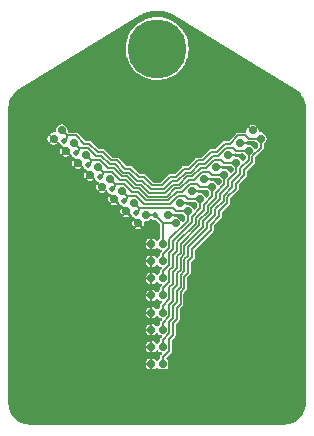
<source format=gbr>
%TF.GenerationSoftware,KiCad,Pcbnew,(5.99.0-11748-g24a41559ca)*%
%TF.CreationDate,2021-08-27T16:42:57+03:00*%
%TF.ProjectId,Flux Condenser,466c7578-2043-46f6-9e64-656e7365722e,3A*%
%TF.SameCoordinates,PX7bfa480PY6bc3e40*%
%TF.FileFunction,Copper,L1,Top*%
%TF.FilePolarity,Positive*%
%FSLAX46Y46*%
G04 Gerber Fmt 4.6, Leading zero omitted, Abs format (unit mm)*
G04 Created by KiCad (PCBNEW (5.99.0-11748-g24a41559ca)) date 2021-08-27 16:42:57*
%MOMM*%
%LPD*%
G01*
G04 APERTURE LIST*
G04 Aperture macros list*
%AMRoundRect*
0 Rectangle with rounded corners*
0 $1 Rounding radius*
0 $2 $3 $4 $5 $6 $7 $8 $9 X,Y pos of 4 corners*
0 Add a 4 corners polygon primitive as box body*
4,1,4,$2,$3,$4,$5,$6,$7,$8,$9,$2,$3,0*
0 Add four circle primitives for the rounded corners*
1,1,$1+$1,$2,$3*
1,1,$1+$1,$4,$5*
1,1,$1+$1,$6,$7*
1,1,$1+$1,$8,$9*
0 Add four rect primitives between the rounded corners*
20,1,$1+$1,$2,$3,$4,$5,0*
20,1,$1+$1,$4,$5,$6,$7,0*
20,1,$1+$1,$6,$7,$8,$9,0*
20,1,$1+$1,$8,$9,$2,$3,0*%
G04 Aperture macros list end*
%TA.AperFunction,SMDPad,CuDef*%
%ADD10RoundRect,0.150000X-0.212132X0.000000X0.000000X-0.212132X0.212132X0.000000X0.000000X0.212132X0*%
%TD*%
%TA.AperFunction,SMDPad,CuDef*%
%ADD11RoundRect,0.150000X-0.150000X-0.150000X0.150000X-0.150000X0.150000X0.150000X-0.150000X0.150000X0*%
%TD*%
%TA.AperFunction,SMDPad,CuDef*%
%ADD12RoundRect,0.150000X0.000000X-0.212132X0.212132X0.000000X0.000000X0.212132X-0.212132X0.000000X0*%
%TD*%
%TA.AperFunction,ComponentPad*%
%ADD13C,0.800000*%
%TD*%
%TA.AperFunction,ComponentPad*%
%ADD14C,5.000000*%
%TD*%
%TA.AperFunction,ViaPad*%
%ADD15C,0.500000*%
%TD*%
%TA.AperFunction,Conductor*%
%ADD16C,0.160000*%
%TD*%
G04 APERTURE END LIST*
D10*
%TO.P,D31,1,K*%
%TO.N,CLR*%
X20832053Y25067947D03*
%TO.P,D31,2,A*%
%TO.N,LED1*%
X21517947Y24382053D03*
%TD*%
%TO.P,D34,1,K*%
%TO.N,CLR*%
X17757053Y21992947D03*
%TO.P,D34,2,A*%
%TO.N,LED4*%
X18442947Y21307053D03*
%TD*%
D11*
%TO.P,D25,1,K*%
%TO.N,CLR*%
X12265000Y11100000D03*
%TO.P,D25,2,A*%
%TO.N,LED5*%
X13235000Y11100000D03*
%TD*%
D10*
%TO.P,D36,1,K*%
%TO.N,CLR*%
X15707053Y19942947D03*
%TO.P,D36,2,A*%
%TO.N,LED6*%
X16392947Y19257053D03*
%TD*%
D11*
%TO.P,D28,1,K*%
%TO.N,CLR*%
X12265000Y15450000D03*
%TO.P,D28,2,A*%
%TO.N,LED8*%
X13235000Y15450000D03*
%TD*%
%TO.P,D21,1,K*%
%TO.N,CLR*%
X12265000Y5300000D03*
%TO.P,D21,2,A*%
%TO.N,LED1*%
X13235000Y5300000D03*
%TD*%
D12*
%TO.P,D16,1,K*%
%TO.N,CLR*%
X9107053Y19257053D03*
%TO.P,D16,2,A*%
%TO.N,LED6*%
X9792947Y19942947D03*
%TD*%
D11*
%TO.P,D24,1,K*%
%TO.N,CLR*%
X12265000Y9650000D03*
%TO.P,D24,2,A*%
%TO.N,LED4*%
X13235000Y9650000D03*
%TD*%
D12*
%TO.P,D12,1,K*%
%TO.N,CLR*%
X5007053Y23357053D03*
%TO.P,D12,2,A*%
%TO.N,LED2*%
X5692947Y24042947D03*
%TD*%
%TO.P,D11,1,K*%
%TO.N,CLR*%
X3982053Y24382053D03*
%TO.P,D11,2,A*%
%TO.N,LED1*%
X4667947Y25067947D03*
%TD*%
%TO.P,D13,1,K*%
%TO.N,CLR*%
X6032053Y22332053D03*
%TO.P,D13,2,A*%
%TO.N,LED3*%
X6717947Y23017947D03*
%TD*%
D11*
%TO.P,D23,1,K*%
%TO.N,CLR*%
X12265000Y8200000D03*
%TO.P,D23,2,A*%
%TO.N,LED3*%
X13235000Y8200000D03*
%TD*%
D10*
%TO.P,D33,1,K*%
%TO.N,CLR*%
X18782053Y23017947D03*
%TO.P,D33,2,A*%
%TO.N,LED3*%
X19467947Y22332053D03*
%TD*%
%TO.P,D38,1,K*%
%TO.N,CLR*%
X13657053Y17892947D03*
%TO.P,D38,2,A*%
%TO.N,LED8*%
X14342947Y17207053D03*
%TD*%
%TO.P,D37,1,K*%
%TO.N,CLR*%
X14682053Y18917947D03*
%TO.P,D37,2,A*%
%TO.N,LED7*%
X15367947Y18232053D03*
%TD*%
D12*
%TO.P,D15,1,K*%
%TO.N,CLR*%
X8082053Y20282053D03*
%TO.P,D15,2,A*%
%TO.N,LED5*%
X8767947Y20967947D03*
%TD*%
D10*
%TO.P,D32,1,K*%
%TO.N,CLR*%
X19807053Y24042947D03*
%TO.P,D32,2,A*%
%TO.N,LED2*%
X20492947Y23357053D03*
%TD*%
D11*
%TO.P,D22,1,K*%
%TO.N,CLR*%
X12265000Y6750000D03*
%TO.P,D22,2,A*%
%TO.N,LED2*%
X13235000Y6750000D03*
%TD*%
D12*
%TO.P,D17,1,K*%
%TO.N,CLR*%
X10132053Y18232053D03*
%TO.P,D17,2,A*%
%TO.N,LED7*%
X10817947Y18917947D03*
%TD*%
%TO.P,D14,1,K*%
%TO.N,CLR*%
X7057053Y21307053D03*
%TO.P,D14,2,A*%
%TO.N,LED4*%
X7742947Y21992947D03*
%TD*%
D11*
%TO.P,D27,1,K*%
%TO.N,CLR*%
X12265000Y14000000D03*
%TO.P,D27,2,A*%
%TO.N,LED7*%
X13235000Y14000000D03*
%TD*%
D13*
%TO.P,REF\u002A\u002A,*%
%TO.N,*%
X14075825Y30674175D03*
X12750000Y33875000D03*
X11424175Y33325825D03*
X10875000Y32000000D03*
X11424175Y30674175D03*
X14075825Y33325825D03*
X14625000Y32000000D03*
D14*
X12750000Y32000000D03*
D13*
X12750000Y30125000D03*
%TD*%
D10*
%TO.P,D35,1,K*%
%TO.N,CLR*%
X16732053Y20967947D03*
%TO.P,D35,2,A*%
%TO.N,LED5*%
X17417947Y20282053D03*
%TD*%
D12*
%TO.P,D18,1,K*%
%TO.N,CLR*%
X11157053Y17207053D03*
%TO.P,D18,2,A*%
%TO.N,LED8*%
X11842947Y17892947D03*
%TD*%
D11*
%TO.P,D26,1,K*%
%TO.N,CLR*%
X12265000Y12550000D03*
%TO.P,D26,2,A*%
%TO.N,LED6*%
X13235000Y12550000D03*
%TD*%
D15*
%TO.N,CLR*%
X12530000Y16910000D03*
X18933307Y21842553D03*
X16883307Y19792553D03*
X15858307Y18767553D03*
X17908307Y20817553D03*
X20983307Y23892553D03*
X19958307Y22867553D03*
X14833307Y17742553D03*
%TO.N,LED1*%
X4830000Y24210000D03*
%TO.N,LED2*%
X5854106Y23185000D03*
%TO.N,LED3*%
X6874106Y22160000D03*
%TO.N,LED4*%
X7899106Y21135000D03*
%TO.N,LED5*%
X8924106Y20110000D03*
%TO.N,LED6*%
X9949106Y19080000D03*
%TO.N,LED7*%
X10984106Y18055000D03*
%TO.N,LED8*%
X12547053Y17892947D03*
%TD*%
D16*
%TO.N,CLR*%
X13657053Y17892947D02*
X14582053Y17892947D01*
X14582053Y17892947D02*
X14732447Y17742553D01*
X16732053Y20967947D02*
X17657053Y20967947D01*
X19857447Y22867553D02*
X19958307Y22867553D01*
X14682053Y18917947D02*
X15607053Y18917947D01*
X18832447Y21842553D02*
X18933307Y21842553D01*
X18682053Y21992947D02*
X18832447Y21842553D01*
X17757053Y21992947D02*
X18682053Y21992947D01*
X16782447Y19792553D02*
X16883307Y19792553D01*
X17807447Y20817553D02*
X17908307Y20817553D01*
X14732447Y17742553D02*
X14833307Y17742553D01*
X19707053Y23017947D02*
X19857447Y22867553D01*
X15757447Y18767553D02*
X15858307Y18767553D01*
X20732053Y24042947D02*
X20882447Y23892553D01*
X20882447Y23892553D02*
X20983307Y23892553D01*
X15707053Y19942947D02*
X16632053Y19942947D01*
X18782053Y23017947D02*
X19707053Y23017947D01*
X15607053Y18917947D02*
X15757447Y18767553D01*
X16632053Y19942947D02*
X16782447Y19792553D01*
X17657053Y20967947D02*
X17807447Y20817553D01*
X19807053Y24042947D02*
X20732053Y24042947D01*
%TO.N,LED1*%
X13775000Y6432062D02*
X13235000Y5892062D01*
X11184877Y21122600D02*
X11635637Y21122600D01*
X6554772Y23944120D02*
X7017750Y23944120D01*
X15053080Y11702662D02*
X14733080Y11382662D01*
X5085894Y24650000D02*
X5848892Y24650000D01*
X15691640Y14337482D02*
X15372600Y14018442D01*
X19401507Y20572767D02*
X19401507Y20120897D01*
X8876440Y22533560D02*
X9326440Y22533560D01*
X18696027Y19415417D02*
X18696027Y18963549D01*
X5085894Y24650000D02*
X5085894Y24465894D01*
X5085894Y24465894D02*
X4830000Y24210000D01*
X15473179Y21827680D02*
X16178661Y22533160D01*
X10031920Y21828080D02*
X10479397Y21828080D01*
X17776770Y23238640D02*
X18482251Y23944120D01*
X16178661Y22533160D02*
X16630528Y22533160D01*
X18919120Y23944120D02*
X19624600Y24649600D01*
X15691640Y15055420D02*
X15691640Y14337482D01*
X11635637Y21122600D02*
X12341119Y20417120D01*
X18696027Y18963549D02*
X17990547Y18258069D01*
X20225400Y24649600D02*
X20492947Y24382053D01*
X18482251Y23944120D02*
X18919120Y23944120D01*
X15372600Y14018442D02*
X15372600Y13020312D01*
X21517947Y24382053D02*
X21517947Y23592947D01*
X20492947Y24382053D02*
X21517947Y24382053D01*
X17285067Y17100717D02*
X17285067Y16648847D01*
X13775000Y7430192D02*
X13775000Y6432062D01*
X10479397Y21828080D02*
X11184877Y21122600D01*
X13235000Y5892062D02*
X13235000Y5300000D01*
X7722830Y23239040D02*
X8170960Y23239040D01*
X5848892Y24650000D02*
X6554772Y23944120D01*
X14094520Y7749712D02*
X13775000Y7430192D01*
X19624600Y24649600D02*
X20225400Y24649600D01*
X20106987Y21730117D02*
X20106987Y21278247D01*
X20106987Y21278247D02*
X19401507Y20572767D01*
X20812467Y22887467D02*
X20812467Y22435597D01*
X21517947Y23592947D02*
X20812467Y22887467D01*
X15021311Y21827680D02*
X15473179Y21827680D01*
X17990547Y18258069D02*
X17990547Y17806197D01*
X17990547Y17806197D02*
X17285067Y17100717D01*
X13158881Y20417120D02*
X13863963Y21122200D01*
X17336010Y23238640D02*
X17776770Y23238640D01*
X14413560Y10065012D02*
X14413560Y9066882D01*
X20812467Y22435597D02*
X20106987Y21730117D01*
X14315830Y21122200D02*
X15021311Y21827680D01*
X19401507Y20120897D02*
X18696027Y19415417D01*
X15053080Y12700792D02*
X15053080Y11702662D01*
X14413560Y9066882D02*
X14094520Y8747842D01*
X8170960Y23239040D02*
X8876440Y22533560D01*
X14733080Y10384532D02*
X14413560Y10065012D01*
X14094520Y8747842D02*
X14094520Y7749712D01*
X15372600Y13020312D02*
X15053080Y12700792D01*
X14733080Y11382662D02*
X14733080Y10384532D01*
X12341119Y20417120D02*
X13158881Y20417120D01*
X4667947Y25067947D02*
X5085894Y24650000D01*
X13863963Y21122200D02*
X14315830Y21122200D01*
X17285067Y16648847D02*
X15691640Y15055420D01*
X16630528Y22533160D02*
X17336010Y23238640D01*
X9326440Y22533560D02*
X10031920Y21828080D01*
X7017750Y23944120D02*
X7722830Y23239040D01*
%TO.N,LED2*%
X15372120Y14469832D02*
X15053080Y14150792D01*
X18614600Y23624600D02*
X19200400Y23624600D01*
X10347047Y21508560D02*
X11052527Y20803080D01*
X9895179Y21508560D02*
X10347047Y21508560D01*
X7590480Y22919520D02*
X8032349Y22919520D01*
X9189699Y22214040D02*
X9895179Y21508560D01*
X6111294Y23624600D02*
X6885400Y23624600D01*
X18376507Y19095899D02*
X17671027Y18390419D01*
X14094040Y9199232D02*
X13775000Y8880192D01*
X12208770Y20097600D02*
X13291230Y20097600D01*
X14413560Y10516882D02*
X14094040Y10197362D01*
X14413560Y11515012D02*
X14413560Y10516882D01*
X19787467Y21862467D02*
X19787467Y21410597D01*
X13996312Y20802680D02*
X14448180Y20802680D01*
X18376507Y19547767D02*
X18376507Y19095899D01*
X16762878Y22213640D02*
X17468359Y22919120D01*
X17468359Y22919120D02*
X17909120Y22919120D01*
X8032349Y22919520D02*
X8737830Y22214040D01*
X6110000Y23440894D02*
X5854106Y23185000D01*
X14448180Y20802680D02*
X15153660Y21508160D01*
X20492947Y22567947D02*
X19787467Y21862467D01*
X17671027Y18390419D02*
X17671027Y17938547D01*
X15372120Y15187770D02*
X15372120Y14469832D01*
X19467947Y23357053D02*
X20492947Y23357053D01*
X14733560Y11835012D02*
X14413560Y11515012D01*
X16965547Y17233067D02*
X16965547Y16781197D01*
X13775000Y7882062D02*
X13235000Y7342062D01*
X8737830Y22214040D02*
X9189699Y22214040D01*
X14094040Y10197362D02*
X14094040Y9199232D01*
X15153660Y21508160D02*
X15605528Y21508160D01*
X14733560Y12833142D02*
X14733560Y11835012D01*
X19200400Y23624600D02*
X19467947Y23357053D01*
X13775000Y8880192D02*
X13775000Y7882062D01*
X13235000Y7342062D02*
X13235000Y6750000D01*
X6885400Y23624600D02*
X7590480Y22919520D01*
X17909120Y22919120D02*
X18614600Y23624600D01*
X11052527Y20803080D02*
X11503288Y20803080D01*
X16311010Y22213640D02*
X16762878Y22213640D01*
X17671027Y17938547D02*
X16965547Y17233067D01*
X20492947Y23357053D02*
X20492947Y22567947D01*
X19081987Y20253247D02*
X18376507Y19547767D01*
X16965547Y16781197D02*
X15372120Y15187770D01*
X15053080Y14150792D02*
X15053080Y13152662D01*
X6110000Y23625000D02*
X6110000Y23440894D01*
X13291230Y20097600D02*
X13996312Y20802680D01*
X11503288Y20803080D02*
X12208770Y20097600D01*
X19787467Y21410597D02*
X19081987Y20705117D01*
X15605528Y21508160D02*
X16311010Y22213640D01*
X19081987Y20705117D02*
X19081987Y20253247D01*
X15053080Y13152662D02*
X14733560Y12833142D01*
X6111294Y23624600D02*
X5692947Y24042947D01*
%TO.N,LED3*%
X14128661Y20483160D02*
X14580528Y20483160D01*
X14733560Y13285012D02*
X14414040Y12965492D01*
X15052600Y14602182D02*
X14733560Y14283142D01*
X7130000Y22600000D02*
X7130000Y22415894D01*
X18442947Y22332053D02*
X19467947Y22332053D01*
X14094040Y11647362D02*
X14094040Y10649232D01*
X10214698Y21189040D02*
X10920180Y20483560D01*
X10920180Y20483560D02*
X11370939Y20483560D01*
X13774520Y10329712D02*
X13774520Y9331582D01*
X14414040Y11967362D02*
X14094040Y11647362D01*
X11370939Y20483560D02*
X12076421Y19778080D01*
X15286009Y21188640D02*
X15737878Y21188640D01*
X19467947Y21542947D02*
X18762467Y20837467D01*
X7130000Y22415894D02*
X6874106Y22160000D01*
X17351507Y18522769D02*
X17351507Y18070897D01*
X17600708Y22599600D02*
X18175400Y22599600D01*
X12076421Y19778080D02*
X13423579Y19778080D01*
X18175400Y22599600D02*
X18442947Y22332053D01*
X9762830Y21189040D02*
X10214698Y21189040D01*
X18762467Y20385597D02*
X18056987Y19680117D01*
X16646027Y16913547D02*
X15052600Y15320120D01*
X15052600Y15320120D02*
X15052600Y14602182D01*
X14580528Y20483160D02*
X15286009Y21188640D01*
X18056987Y19228249D02*
X17351507Y18522769D01*
X6717947Y23017947D02*
X7135894Y22600000D01*
X14094040Y10649232D02*
X13774520Y10329712D01*
X14414040Y12965492D02*
X14414040Y11967362D01*
X13235000Y8792062D02*
X13235000Y8200000D01*
X18056987Y19680117D02*
X18056987Y19228249D01*
X13774520Y9331582D02*
X13235000Y8792062D01*
X14733560Y14283142D02*
X14733560Y13285012D01*
X7135894Y22600000D02*
X7900000Y22600000D01*
X16646027Y17365417D02*
X16646027Y16913547D01*
X13423579Y19778080D02*
X14128661Y20483160D01*
X17351507Y18070897D02*
X16646027Y17365417D01*
X15737878Y21188640D02*
X16443359Y21894120D01*
X7900000Y22600000D02*
X8605480Y21894520D01*
X19467947Y22332053D02*
X19467947Y21542947D01*
X16443359Y21894120D02*
X16895228Y21894120D01*
X9057349Y21894520D02*
X9762830Y21189040D01*
X8605480Y21894520D02*
X9057349Y21894520D01*
X18762467Y20837467D02*
X18762467Y20385597D01*
X16895228Y21894120D02*
X17600708Y22599600D01*
%TO.N,LED4*%
X8160894Y21575000D02*
X8925000Y21575000D01*
X14733080Y15452470D02*
X14733080Y14734532D01*
X11944072Y19458560D02*
X13555928Y19458560D01*
X16326507Y17497767D02*
X16326507Y17045897D01*
X13774520Y10781582D02*
X13235000Y10242062D01*
X14261010Y20163640D02*
X14712878Y20163640D01*
X8925000Y21575000D02*
X9630480Y20869520D01*
X8155000Y21575000D02*
X8155000Y21390894D01*
X18442947Y20517947D02*
X17737467Y19812467D01*
X14094520Y12099712D02*
X13774520Y11779712D01*
X14094520Y13097842D02*
X14094520Y12099712D01*
X13235000Y10242062D02*
X13235000Y9650000D01*
X14414040Y13417362D02*
X14094520Y13097842D01*
X17150400Y21574600D02*
X17417947Y21307053D01*
X10082349Y20869520D02*
X10787830Y20164040D01*
X15418358Y20869120D02*
X15870228Y20869120D01*
X17675000Y19298130D02*
X17031987Y18655117D01*
X16326507Y17045897D02*
X14733080Y15452470D01*
X13774520Y11779712D02*
X13774520Y10781582D01*
X18442947Y21307053D02*
X18442947Y20517947D01*
X16575708Y21574600D02*
X17150400Y21574600D01*
X9630480Y20869520D02*
X10082349Y20869520D01*
X17737467Y19360598D02*
X17675000Y19298130D01*
X17031987Y18203247D02*
X16326507Y17497767D01*
X17737467Y19812467D02*
X17737467Y19360598D01*
X7742947Y21992947D02*
X8160894Y21575000D01*
X14712878Y20163640D02*
X15418358Y20869120D01*
X15870228Y20869120D02*
X16575708Y21574600D01*
X17031987Y18655117D02*
X17031987Y18203247D01*
X13555928Y19458560D02*
X14261010Y20163640D01*
X14733080Y14734532D02*
X14414040Y14415492D01*
X17417947Y21307053D02*
X18442947Y21307053D01*
X14414040Y14415492D02*
X14414040Y13417362D01*
X10787830Y20164040D02*
X11238590Y20164040D01*
X11238590Y20164040D02*
X11944072Y19458560D01*
X8155000Y21390894D02*
X7899106Y21135000D01*
%TO.N,LED5*%
X14094520Y13549712D02*
X13775000Y13230192D01*
X13775000Y12232062D02*
X13235000Y11692062D01*
X10655480Y19844520D02*
X11106241Y19844520D01*
X11106241Y19844520D02*
X11811722Y19139040D01*
X13235000Y11692062D02*
X13235000Y11100000D01*
X14413560Y14866882D02*
X14094520Y14547842D01*
X16006987Y17178247D02*
X14413560Y15584820D01*
X13775000Y13230192D02*
X13775000Y12232062D01*
X16712467Y18787467D02*
X16712467Y18335597D01*
X8767947Y20967947D02*
X9185894Y20550000D01*
X14413560Y15584820D02*
X14413560Y14866882D01*
X14845228Y19844120D02*
X15550708Y20549600D01*
X11811722Y19139040D02*
X13688278Y19139040D01*
X15550708Y20549600D02*
X16125400Y20549600D01*
X9180000Y20365894D02*
X8924106Y20110000D01*
X16712467Y18335597D02*
X16006987Y17630117D01*
X16006987Y17630117D02*
X16006987Y17178247D01*
X14094520Y14547842D02*
X14094520Y13549712D01*
X13688278Y19139040D02*
X14393359Y19844120D01*
X14393359Y19844120D02*
X14845228Y19844120D01*
X16125400Y20549600D02*
X16392947Y20282053D01*
X17417947Y19492947D02*
X16712467Y18787467D01*
X17417947Y20282053D02*
X17417947Y19492947D01*
X9180000Y20550000D02*
X9180000Y20365894D01*
X9950000Y20550000D02*
X10655480Y19844520D01*
X9185894Y20550000D02*
X9950000Y20550000D01*
X16392947Y20282053D02*
X17417947Y20282053D01*
%TO.N,LED6*%
X13820628Y18819520D02*
X14525708Y19524600D01*
X13775000Y14680192D02*
X13775000Y13682062D01*
X10205000Y19335894D02*
X9949106Y19080000D01*
X15100400Y19524600D02*
X15367947Y19257053D01*
X10973892Y19525000D02*
X11679372Y18819520D01*
X9792947Y19942947D02*
X10210894Y19525000D01*
X13235000Y13142062D02*
X13235000Y12550000D01*
X16392947Y19257053D02*
X16392947Y18467947D01*
X15687467Y17762467D02*
X15687467Y17310597D01*
X14094040Y14999232D02*
X13775000Y14680192D01*
X14525708Y19524600D02*
X15100400Y19524600D01*
X15687467Y17310597D02*
X14094040Y15717170D01*
X11679372Y18819520D02*
X13820628Y18819520D01*
X13775000Y13682062D02*
X13235000Y13142062D01*
X14094040Y15717170D02*
X14094040Y14999232D01*
X10210894Y19525000D02*
X10973892Y19525000D01*
X15367947Y19257053D02*
X16392947Y19257053D01*
X10205000Y19520000D02*
X10205000Y19335894D01*
X16392947Y18467947D02*
X15687467Y17762467D01*
%TO.N,LED7*%
X14075000Y18500000D02*
X14342947Y18232053D01*
X11235894Y18500000D02*
X14075000Y18500000D01*
X15367947Y17442947D02*
X13774520Y15849520D01*
X14342947Y18232053D02*
X15367947Y18232053D01*
X13774520Y15849520D02*
X13774520Y15131582D01*
X15367947Y18232053D02*
X15367947Y17442947D01*
X13235000Y14592062D02*
X13235000Y14000000D01*
X11240000Y18310894D02*
X10984106Y18055000D01*
X10817947Y18917947D02*
X11235894Y18500000D01*
X13774520Y15131582D02*
X13235000Y14592062D01*
X11240000Y18495000D02*
X11240000Y18310894D01*
%TO.N,LED8*%
X12547053Y17892947D02*
X13232947Y17207053D01*
X13392947Y17207053D02*
X14342947Y17207053D01*
X13232947Y17207053D02*
X13392947Y17207053D01*
X11842947Y17892947D02*
X12547053Y17892947D01*
X13235000Y17207053D02*
X13392947Y17207053D01*
X13235000Y15450000D02*
X13235000Y17207053D01*
%TD*%
%TA.AperFunction,Conductor*%
%TO.N,CLR*%
G36*
X12918527Y35189443D02*
G01*
X13237626Y35156449D01*
X13245665Y35155197D01*
X13559689Y35089556D01*
X13567557Y35087483D01*
X13873156Y34989895D01*
X13880769Y34987024D01*
X14154711Y34867265D01*
X14162268Y34862623D01*
X14169486Y34858998D01*
X14176349Y34853338D01*
X14184990Y34851213D01*
X14191155Y34848117D01*
X14196913Y34844918D01*
X19459831Y31626813D01*
X24409176Y28600448D01*
X24422260Y28590433D01*
X24430584Y28582557D01*
X24439059Y28579850D01*
X24446719Y28575326D01*
X24446661Y28575229D01*
X24453898Y28571706D01*
X24626223Y28454654D01*
X24634313Y28448354D01*
X24805139Y28296537D01*
X24812345Y28289243D01*
X24962074Y28116574D01*
X24968275Y28108407D01*
X25094374Y27917807D01*
X25099465Y27908907D01*
X25199820Y27703570D01*
X25203715Y27694085D01*
X25276630Y27477479D01*
X25279263Y27467569D01*
X25323507Y27243355D01*
X25324835Y27233188D01*
X25338327Y27025724D01*
X25337692Y27017851D01*
X25337894Y27017851D01*
X25337878Y27008956D01*
X25335885Y27000286D01*
X25337848Y26991611D01*
X25337848Y26991610D01*
X25338052Y26990710D01*
X25340000Y26973274D01*
X25340000Y2027148D01*
X25337990Y2009443D01*
X25337955Y2009290D01*
X25335885Y2000286D01*
X25337849Y1991608D01*
X25337833Y1982715D01*
X25337710Y1982715D01*
X25338341Y1974694D01*
X25324598Y1764998D01*
X25323250Y1754759D01*
X25284129Y1558083D01*
X25278315Y1528856D01*
X25275640Y1518874D01*
X25201601Y1300762D01*
X25197647Y1291215D01*
X25095776Y1084642D01*
X25090609Y1075693D01*
X24962648Y884187D01*
X24956357Y875989D01*
X24804490Y702817D01*
X24797183Y695510D01*
X24624011Y543643D01*
X24615813Y537352D01*
X24424307Y409391D01*
X24415358Y404224D01*
X24208785Y302353D01*
X24199238Y298399D01*
X23981126Y224360D01*
X23971143Y221685D01*
X23745241Y176750D01*
X23735010Y175403D01*
X23525716Y161685D01*
X23517852Y162318D01*
X23517852Y162105D01*
X23508959Y162121D01*
X23500286Y164115D01*
X23490984Y162010D01*
X23490710Y161948D01*
X23473274Y160000D01*
X2027148Y160000D01*
X2009443Y162010D01*
X2008958Y162121D01*
X2008957Y162121D01*
X2000286Y164115D01*
X1991608Y162151D01*
X1982715Y162167D01*
X1982715Y162290D01*
X1974694Y161659D01*
X1943471Y163705D01*
X1764992Y175403D01*
X1754759Y176750D01*
X1528857Y221685D01*
X1518874Y224360D01*
X1300762Y298399D01*
X1291215Y302353D01*
X1084642Y404224D01*
X1075693Y409391D01*
X884187Y537352D01*
X875989Y543643D01*
X702817Y695510D01*
X695510Y702817D01*
X543643Y875989D01*
X537352Y884187D01*
X409391Y1075693D01*
X404224Y1084642D01*
X302353Y1291215D01*
X298399Y1300762D01*
X224360Y1518874D01*
X221685Y1528856D01*
X215871Y1558083D01*
X176750Y1754759D01*
X175402Y1764997D01*
X161685Y1974282D01*
X162318Y1982148D01*
X162105Y1982148D01*
X162121Y1991041D01*
X164115Y1999714D01*
X161948Y2009291D01*
X160000Y2026726D01*
X160000Y5209972D01*
X11805001Y5209972D01*
X11805001Y5106289D01*
X11805278Y5101615D01*
X11807515Y5082804D01*
X11810624Y5071493D01*
X11852134Y4978039D01*
X11860258Y4966219D01*
X11931665Y4894936D01*
X11943496Y4886835D01*
X12037013Y4845492D01*
X12048354Y4842401D01*
X12066656Y4840267D01*
X12071242Y4840000D01*
X12170570Y4840000D01*
X12181241Y4843884D01*
X12184500Y4849528D01*
X12184500Y5205570D01*
X12180616Y5216241D01*
X12174972Y5219500D01*
X11818931Y5219500D01*
X11808260Y5215616D01*
X11805001Y5209972D01*
X160000Y5209972D01*
X160000Y5493758D01*
X11805000Y5493758D01*
X11805000Y5394430D01*
X11808884Y5383759D01*
X11814528Y5380500D01*
X12170570Y5380500D01*
X12181241Y5384384D01*
X12184500Y5390028D01*
X12184500Y5746069D01*
X12180616Y5756740D01*
X12174972Y5759999D01*
X12071289Y5759999D01*
X12066615Y5759722D01*
X12047804Y5757485D01*
X12036493Y5754376D01*
X11943039Y5712866D01*
X11931219Y5704742D01*
X11859936Y5633335D01*
X11851835Y5621504D01*
X11810492Y5527987D01*
X11807401Y5516646D01*
X11805267Y5498344D01*
X11805000Y5493758D01*
X160000Y5493758D01*
X160000Y6659972D01*
X11805001Y6659972D01*
X11805001Y6556289D01*
X11805278Y6551615D01*
X11807515Y6532804D01*
X11810624Y6521493D01*
X11852134Y6428039D01*
X11860258Y6416219D01*
X11931665Y6344936D01*
X11943496Y6336835D01*
X12037013Y6295492D01*
X12048354Y6292401D01*
X12066656Y6290267D01*
X12071242Y6290000D01*
X12170570Y6290000D01*
X12181241Y6293884D01*
X12184500Y6299528D01*
X12184500Y6655570D01*
X12180616Y6666241D01*
X12174972Y6669500D01*
X11818931Y6669500D01*
X11808260Y6665616D01*
X11805001Y6659972D01*
X160000Y6659972D01*
X160000Y6943758D01*
X11805000Y6943758D01*
X11805000Y6844430D01*
X11808884Y6833759D01*
X11814528Y6830500D01*
X12170570Y6830500D01*
X12181241Y6834384D01*
X12184500Y6840028D01*
X12184500Y7196069D01*
X12180616Y7206740D01*
X12174972Y7209999D01*
X12071289Y7209999D01*
X12066615Y7209722D01*
X12047804Y7207485D01*
X12036493Y7204376D01*
X11943039Y7162866D01*
X11931219Y7154742D01*
X11859936Y7083335D01*
X11851835Y7071504D01*
X11810492Y6977987D01*
X11807401Y6966646D01*
X11805267Y6948344D01*
X11805000Y6943758D01*
X160000Y6943758D01*
X160000Y8109972D01*
X11805001Y8109972D01*
X11805001Y8006289D01*
X11805278Y8001615D01*
X11807515Y7982804D01*
X11810624Y7971493D01*
X11852134Y7878039D01*
X11860258Y7866219D01*
X11931665Y7794936D01*
X11943496Y7786835D01*
X12037013Y7745492D01*
X12048354Y7742401D01*
X12066656Y7740267D01*
X12071242Y7740000D01*
X12170570Y7740000D01*
X12181241Y7743884D01*
X12184500Y7749528D01*
X12184500Y8105570D01*
X12180616Y8116241D01*
X12174972Y8119500D01*
X11818931Y8119500D01*
X11808260Y8115616D01*
X11805001Y8109972D01*
X160000Y8109972D01*
X160000Y8393758D01*
X11805000Y8393758D01*
X11805000Y8294430D01*
X11808884Y8283759D01*
X11814528Y8280500D01*
X12170570Y8280500D01*
X12181241Y8284384D01*
X12184500Y8290028D01*
X12184500Y8646069D01*
X12180616Y8656740D01*
X12174972Y8659999D01*
X12071289Y8659999D01*
X12066615Y8659722D01*
X12047804Y8657485D01*
X12036493Y8654376D01*
X11943039Y8612866D01*
X11931219Y8604742D01*
X11859936Y8533335D01*
X11851835Y8521504D01*
X11810492Y8427987D01*
X11807401Y8416646D01*
X11805267Y8398344D01*
X11805000Y8393758D01*
X160000Y8393758D01*
X160000Y9559972D01*
X11805001Y9559972D01*
X11805001Y9456289D01*
X11805278Y9451615D01*
X11807515Y9432804D01*
X11810624Y9421493D01*
X11852134Y9328039D01*
X11860258Y9316219D01*
X11931665Y9244936D01*
X11943496Y9236835D01*
X12037013Y9195492D01*
X12048354Y9192401D01*
X12066656Y9190267D01*
X12071242Y9190000D01*
X12170570Y9190000D01*
X12181241Y9193884D01*
X12184500Y9199528D01*
X12184500Y9555570D01*
X12180616Y9566241D01*
X12174972Y9569500D01*
X11818931Y9569500D01*
X11808260Y9565616D01*
X11805001Y9559972D01*
X160000Y9559972D01*
X160000Y9843758D01*
X11805000Y9843758D01*
X11805000Y9744430D01*
X11808884Y9733759D01*
X11814528Y9730500D01*
X12170570Y9730500D01*
X12181241Y9734384D01*
X12184500Y9740028D01*
X12184500Y10096069D01*
X12180616Y10106740D01*
X12174972Y10109999D01*
X12071289Y10109999D01*
X12066615Y10109722D01*
X12047804Y10107485D01*
X12036493Y10104376D01*
X11943039Y10062866D01*
X11931219Y10054742D01*
X11859936Y9983335D01*
X11851835Y9971504D01*
X11810492Y9877987D01*
X11807401Y9866646D01*
X11805267Y9848344D01*
X11805000Y9843758D01*
X160000Y9843758D01*
X160000Y11009972D01*
X11805001Y11009972D01*
X11805001Y10906289D01*
X11805278Y10901615D01*
X11807515Y10882804D01*
X11810624Y10871493D01*
X11852134Y10778039D01*
X11860258Y10766219D01*
X11931665Y10694936D01*
X11943496Y10686835D01*
X12037013Y10645492D01*
X12048354Y10642401D01*
X12066656Y10640267D01*
X12071242Y10640000D01*
X12170570Y10640000D01*
X12181241Y10643884D01*
X12184500Y10649528D01*
X12184500Y11005570D01*
X12180616Y11016241D01*
X12174972Y11019500D01*
X11818931Y11019500D01*
X11808260Y11015616D01*
X11805001Y11009972D01*
X160000Y11009972D01*
X160000Y11293758D01*
X11805000Y11293758D01*
X11805000Y11194430D01*
X11808884Y11183759D01*
X11814528Y11180500D01*
X12170570Y11180500D01*
X12181241Y11184384D01*
X12184500Y11190028D01*
X12184500Y11546069D01*
X12180616Y11556740D01*
X12174972Y11559999D01*
X12071289Y11559999D01*
X12066615Y11559722D01*
X12047804Y11557485D01*
X12036493Y11554376D01*
X11943039Y11512866D01*
X11931219Y11504742D01*
X11859936Y11433335D01*
X11851835Y11421504D01*
X11810492Y11327987D01*
X11807401Y11316646D01*
X11805267Y11298344D01*
X11805000Y11293758D01*
X160000Y11293758D01*
X160000Y12459972D01*
X11805001Y12459972D01*
X11805001Y12356289D01*
X11805278Y12351615D01*
X11807515Y12332804D01*
X11810624Y12321493D01*
X11852134Y12228039D01*
X11860258Y12216219D01*
X11931665Y12144936D01*
X11943496Y12136835D01*
X12037013Y12095492D01*
X12048354Y12092401D01*
X12066656Y12090267D01*
X12071242Y12090000D01*
X12170570Y12090000D01*
X12181241Y12093884D01*
X12184500Y12099528D01*
X12184500Y12455570D01*
X12180616Y12466241D01*
X12174972Y12469500D01*
X11818931Y12469500D01*
X11808260Y12465616D01*
X11805001Y12459972D01*
X160000Y12459972D01*
X160000Y12743758D01*
X11805000Y12743758D01*
X11805000Y12644430D01*
X11808884Y12633759D01*
X11814528Y12630500D01*
X12170570Y12630500D01*
X12181241Y12634384D01*
X12184500Y12640028D01*
X12184500Y12996069D01*
X12180616Y13006740D01*
X12174972Y13009999D01*
X12071289Y13009999D01*
X12066615Y13009722D01*
X12047804Y13007485D01*
X12036493Y13004376D01*
X11943039Y12962866D01*
X11931219Y12954742D01*
X11859936Y12883335D01*
X11851835Y12871504D01*
X11810492Y12777987D01*
X11807401Y12766646D01*
X11805267Y12748344D01*
X11805000Y12743758D01*
X160000Y12743758D01*
X160000Y13909972D01*
X11805001Y13909972D01*
X11805001Y13806289D01*
X11805278Y13801615D01*
X11807515Y13782804D01*
X11810624Y13771493D01*
X11852134Y13678039D01*
X11860258Y13666219D01*
X11931665Y13594936D01*
X11943496Y13586835D01*
X12037013Y13545492D01*
X12048354Y13542401D01*
X12066656Y13540267D01*
X12071242Y13540000D01*
X12170570Y13540000D01*
X12181241Y13543884D01*
X12184500Y13549528D01*
X12184500Y13905570D01*
X12180616Y13916241D01*
X12174972Y13919500D01*
X11818931Y13919500D01*
X11808260Y13915616D01*
X11805001Y13909972D01*
X160000Y13909972D01*
X160000Y14193758D01*
X11805000Y14193758D01*
X11805000Y14094430D01*
X11808884Y14083759D01*
X11814528Y14080500D01*
X12170570Y14080500D01*
X12181241Y14084384D01*
X12184500Y14090028D01*
X12184500Y14446069D01*
X12180616Y14456740D01*
X12174972Y14459999D01*
X12071289Y14459999D01*
X12066615Y14459722D01*
X12047804Y14457485D01*
X12036493Y14454376D01*
X11943039Y14412866D01*
X11931219Y14404742D01*
X11859936Y14333335D01*
X11851835Y14321504D01*
X11810492Y14227987D01*
X11807401Y14216646D01*
X11805267Y14198344D01*
X11805000Y14193758D01*
X160000Y14193758D01*
X160000Y15359972D01*
X11805001Y15359972D01*
X11805001Y15256289D01*
X11805278Y15251615D01*
X11807515Y15232804D01*
X11810624Y15221493D01*
X11852134Y15128039D01*
X11860258Y15116219D01*
X11931665Y15044936D01*
X11943496Y15036835D01*
X12037013Y14995492D01*
X12048354Y14992401D01*
X12066656Y14990267D01*
X12071242Y14990000D01*
X12170570Y14990000D01*
X12181241Y14993884D01*
X12184500Y14999528D01*
X12184500Y15355570D01*
X12180616Y15366241D01*
X12174972Y15369500D01*
X11818931Y15369500D01*
X11808260Y15365616D01*
X11805001Y15359972D01*
X160000Y15359972D01*
X160000Y15643758D01*
X11805000Y15643758D01*
X11805000Y15544430D01*
X11808884Y15533759D01*
X11814528Y15530500D01*
X12170570Y15530500D01*
X12181241Y15534384D01*
X12184500Y15540028D01*
X12184500Y15896069D01*
X12180616Y15906740D01*
X12174972Y15909999D01*
X12071289Y15909999D01*
X12066615Y15909722D01*
X12047804Y15907485D01*
X12036493Y15904376D01*
X11943039Y15862866D01*
X11931219Y15854742D01*
X11859936Y15783335D01*
X11851835Y15771504D01*
X11810492Y15677987D01*
X11807401Y15666646D01*
X11805267Y15648344D01*
X11805000Y15643758D01*
X160000Y15643758D01*
X160000Y16824419D01*
X10893757Y16824419D01*
X10895443Y16818125D01*
X10968768Y16744801D01*
X10972253Y16741706D01*
X10987144Y16729982D01*
X10997338Y16724182D01*
X11092775Y16687451D01*
X11106874Y16684837D01*
X11207768Y16684926D01*
X11221871Y16687565D01*
X11317227Y16724456D01*
X11327432Y16730289D01*
X11341887Y16741726D01*
X11345316Y16744778D01*
X11415549Y16815011D01*
X11420349Y16825305D01*
X11418663Y16831599D01*
X11166904Y17083358D01*
X11156610Y17088158D01*
X11150316Y17086472D01*
X10898557Y16834713D01*
X10893757Y16824419D01*
X160000Y16824419D01*
X160000Y17257232D01*
X10634837Y17257232D01*
X10634926Y17156338D01*
X10637565Y17142235D01*
X10674456Y17046879D01*
X10680289Y17036674D01*
X10691726Y17022219D01*
X10694778Y17018790D01*
X10765011Y16948557D01*
X10775305Y16943757D01*
X10781599Y16945443D01*
X11033358Y17197202D01*
X11038158Y17207496D01*
X11036472Y17213790D01*
X10784713Y17465549D01*
X10774419Y17470349D01*
X10768125Y17468663D01*
X10694801Y17395338D01*
X10691706Y17391853D01*
X10679982Y17376962D01*
X10674182Y17366768D01*
X10637451Y17271331D01*
X10634837Y17257232D01*
X160000Y17257232D01*
X160000Y17849419D01*
X9868757Y17849419D01*
X9870443Y17843125D01*
X9943768Y17769801D01*
X9947253Y17766706D01*
X9962144Y17754982D01*
X9972338Y17749182D01*
X10067775Y17712451D01*
X10081874Y17709837D01*
X10182768Y17709926D01*
X10196871Y17712565D01*
X10292227Y17749456D01*
X10302432Y17755289D01*
X10316887Y17766726D01*
X10320316Y17769778D01*
X10390549Y17840011D01*
X10395349Y17850305D01*
X10393663Y17856599D01*
X10141904Y18108358D01*
X10131610Y18113158D01*
X10125316Y18111472D01*
X9873557Y17859713D01*
X9868757Y17849419D01*
X160000Y17849419D01*
X160000Y18282232D01*
X9609837Y18282232D01*
X9609926Y18181338D01*
X9612565Y18167235D01*
X9649456Y18071879D01*
X9655289Y18061674D01*
X9666726Y18047219D01*
X9669778Y18043790D01*
X9740011Y17973557D01*
X9750305Y17968757D01*
X9756599Y17970443D01*
X10008358Y18222202D01*
X10013158Y18232496D01*
X10011472Y18238790D01*
X9759713Y18490549D01*
X9749419Y18495349D01*
X9743125Y18493663D01*
X9669801Y18420338D01*
X9666706Y18416853D01*
X9654982Y18401962D01*
X9649182Y18391768D01*
X9612451Y18296331D01*
X9609837Y18282232D01*
X160000Y18282232D01*
X160000Y18874419D01*
X8843757Y18874419D01*
X8845443Y18868125D01*
X8918768Y18794801D01*
X8922253Y18791706D01*
X8937144Y18779982D01*
X8947338Y18774182D01*
X9042775Y18737451D01*
X9056874Y18734837D01*
X9157768Y18734926D01*
X9171871Y18737565D01*
X9267227Y18774456D01*
X9277432Y18780289D01*
X9291887Y18791726D01*
X9295316Y18794778D01*
X9365549Y18865011D01*
X9370349Y18875305D01*
X9368663Y18881599D01*
X9116904Y19133358D01*
X9106610Y19138158D01*
X9100316Y19136472D01*
X8848557Y18884713D01*
X8843757Y18874419D01*
X160000Y18874419D01*
X160000Y19307232D01*
X8584837Y19307232D01*
X8584926Y19206338D01*
X8587565Y19192235D01*
X8624456Y19096879D01*
X8630289Y19086674D01*
X8641726Y19072219D01*
X8644778Y19068790D01*
X8715011Y18998557D01*
X8725305Y18993757D01*
X8731599Y18995443D01*
X8983358Y19247202D01*
X8988158Y19257496D01*
X8986472Y19263790D01*
X8734713Y19515549D01*
X8724419Y19520349D01*
X8718125Y19518663D01*
X8644801Y19445338D01*
X8641706Y19441853D01*
X8629982Y19426962D01*
X8624182Y19416768D01*
X8587451Y19321331D01*
X8584837Y19307232D01*
X160000Y19307232D01*
X160000Y19899419D01*
X7818757Y19899419D01*
X7820443Y19893125D01*
X7893768Y19819801D01*
X7897253Y19816706D01*
X7912144Y19804982D01*
X7922338Y19799182D01*
X8017775Y19762451D01*
X8031874Y19759837D01*
X8132768Y19759926D01*
X8146871Y19762565D01*
X8242227Y19799456D01*
X8252432Y19805289D01*
X8266887Y19816726D01*
X8270316Y19819778D01*
X8340549Y19890011D01*
X8345349Y19900305D01*
X8343663Y19906599D01*
X8091904Y20158358D01*
X8081610Y20163158D01*
X8075316Y20161472D01*
X7823557Y19909713D01*
X7818757Y19899419D01*
X160000Y19899419D01*
X160000Y20332232D01*
X7559837Y20332232D01*
X7559926Y20231338D01*
X7562565Y20217235D01*
X7599456Y20121879D01*
X7605289Y20111674D01*
X7616726Y20097219D01*
X7619778Y20093790D01*
X7690011Y20023557D01*
X7700305Y20018757D01*
X7706599Y20020443D01*
X7958358Y20272202D01*
X7963158Y20282496D01*
X7961472Y20288790D01*
X7709713Y20540549D01*
X7699419Y20545349D01*
X7693125Y20543663D01*
X7619801Y20470338D01*
X7616706Y20466853D01*
X7604982Y20451962D01*
X7599182Y20441768D01*
X7562451Y20346331D01*
X7559837Y20332232D01*
X160000Y20332232D01*
X160000Y20924419D01*
X6793757Y20924419D01*
X6795443Y20918125D01*
X6868768Y20844801D01*
X6872253Y20841706D01*
X6887144Y20829982D01*
X6897338Y20824182D01*
X6992775Y20787451D01*
X7006874Y20784837D01*
X7107768Y20784926D01*
X7121871Y20787565D01*
X7217227Y20824456D01*
X7227432Y20830289D01*
X7241887Y20841726D01*
X7245316Y20844778D01*
X7315549Y20915011D01*
X7320349Y20925305D01*
X7318663Y20931599D01*
X7066904Y21183358D01*
X7056610Y21188158D01*
X7050316Y21186472D01*
X6798557Y20934713D01*
X6793757Y20924419D01*
X160000Y20924419D01*
X160000Y21357232D01*
X6534837Y21357232D01*
X6534926Y21256338D01*
X6537565Y21242235D01*
X6574456Y21146879D01*
X6580289Y21136674D01*
X6591726Y21122219D01*
X6594778Y21118790D01*
X6665011Y21048557D01*
X6675305Y21043757D01*
X6681599Y21045443D01*
X6933358Y21297202D01*
X6938158Y21307496D01*
X6936472Y21313790D01*
X6684713Y21565549D01*
X6674419Y21570349D01*
X6668125Y21568663D01*
X6594801Y21495338D01*
X6591706Y21491853D01*
X6579982Y21476962D01*
X6574182Y21466768D01*
X6537451Y21371331D01*
X6534837Y21357232D01*
X160000Y21357232D01*
X160000Y21949419D01*
X5768757Y21949419D01*
X5770443Y21943125D01*
X5843768Y21869801D01*
X5847253Y21866706D01*
X5862144Y21854982D01*
X5872338Y21849182D01*
X5967775Y21812451D01*
X5981874Y21809837D01*
X6082768Y21809926D01*
X6096871Y21812565D01*
X6192227Y21849456D01*
X6202432Y21855289D01*
X6216887Y21866726D01*
X6220316Y21869778D01*
X6290549Y21940011D01*
X6295349Y21950305D01*
X6293663Y21956599D01*
X6041904Y22208358D01*
X6031610Y22213158D01*
X6025316Y22211472D01*
X5773557Y21959713D01*
X5768757Y21949419D01*
X160000Y21949419D01*
X160000Y22382232D01*
X5509837Y22382232D01*
X5509926Y22281338D01*
X5512565Y22267235D01*
X5549456Y22171879D01*
X5555289Y22161674D01*
X5566726Y22147219D01*
X5569778Y22143790D01*
X5640011Y22073557D01*
X5650305Y22068757D01*
X5656599Y22070443D01*
X5908358Y22322202D01*
X5913158Y22332496D01*
X5911472Y22338790D01*
X5659713Y22590549D01*
X5649419Y22595349D01*
X5643125Y22593663D01*
X5569801Y22520338D01*
X5566706Y22516853D01*
X5554982Y22501962D01*
X5549182Y22491768D01*
X5512451Y22396331D01*
X5509837Y22382232D01*
X160000Y22382232D01*
X160000Y22974419D01*
X4743757Y22974419D01*
X4745443Y22968125D01*
X4818768Y22894801D01*
X4822253Y22891706D01*
X4837144Y22879982D01*
X4847338Y22874182D01*
X4942775Y22837451D01*
X4956874Y22834837D01*
X5057768Y22834926D01*
X5071871Y22837565D01*
X5167227Y22874456D01*
X5177432Y22880289D01*
X5191887Y22891726D01*
X5195316Y22894778D01*
X5265549Y22965011D01*
X5270349Y22975305D01*
X5268663Y22981599D01*
X5016904Y23233358D01*
X5006610Y23238158D01*
X5000316Y23236472D01*
X4748557Y22984713D01*
X4743757Y22974419D01*
X160000Y22974419D01*
X160000Y23407232D01*
X4484837Y23407232D01*
X4484926Y23306338D01*
X4487565Y23292235D01*
X4524456Y23196879D01*
X4530289Y23186674D01*
X4541726Y23172219D01*
X4544778Y23168790D01*
X4615011Y23098557D01*
X4625305Y23093757D01*
X4631599Y23095443D01*
X4883358Y23347202D01*
X4888158Y23357496D01*
X4886472Y23363790D01*
X4634713Y23615549D01*
X4624419Y23620349D01*
X4618125Y23618663D01*
X4544801Y23545338D01*
X4541706Y23541853D01*
X4529982Y23526962D01*
X4524182Y23516768D01*
X4487451Y23421331D01*
X4484837Y23407232D01*
X160000Y23407232D01*
X160000Y23999419D01*
X3718757Y23999419D01*
X3720443Y23993125D01*
X3793768Y23919801D01*
X3797253Y23916706D01*
X3812144Y23904982D01*
X3822338Y23899182D01*
X3917775Y23862451D01*
X3931874Y23859837D01*
X4032768Y23859926D01*
X4046871Y23862565D01*
X4142227Y23899456D01*
X4152432Y23905289D01*
X4166887Y23916726D01*
X4170316Y23919778D01*
X4240549Y23990011D01*
X4245349Y24000305D01*
X4243663Y24006599D01*
X3991904Y24258358D01*
X3981610Y24263158D01*
X3975316Y24261472D01*
X3723557Y24009713D01*
X3718757Y23999419D01*
X160000Y23999419D01*
X160000Y24432232D01*
X3459837Y24432232D01*
X3459926Y24331338D01*
X3462565Y24317235D01*
X3499456Y24221879D01*
X3505289Y24211674D01*
X3516726Y24197219D01*
X3519778Y24193790D01*
X3590011Y24123557D01*
X3600305Y24118757D01*
X3606599Y24120443D01*
X3858358Y24372202D01*
X3863158Y24382496D01*
X3861472Y24388790D01*
X3609713Y24640549D01*
X3599419Y24645349D01*
X3593125Y24643663D01*
X3519801Y24570338D01*
X3516706Y24566853D01*
X3504982Y24551962D01*
X3499182Y24541768D01*
X3462451Y24446331D01*
X3459837Y24432232D01*
X160000Y24432232D01*
X160000Y24763801D01*
X3718757Y24763801D01*
X3720443Y24757507D01*
X4354393Y24123557D01*
X4380489Y24111388D01*
X4401682Y24109533D01*
X4438682Y24073801D01*
X4481705Y23989364D01*
X4493759Y23965706D01*
X4585706Y23873759D01*
X4591248Y23870935D01*
X4591251Y23870933D01*
X4696289Y23817413D01*
X4733144Y23777892D01*
X4733773Y23765895D01*
X4736315Y23766576D01*
X4745444Y23732506D01*
X5379393Y23098557D01*
X5406223Y23086046D01*
X5425889Y23084326D01*
X5462895Y23048591D01*
X5517865Y22940706D01*
X5609812Y22848759D01*
X5615351Y22845937D01*
X5615352Y22845936D01*
X5675373Y22815354D01*
X5720145Y22792542D01*
X5721118Y22792046D01*
X5757973Y22752524D01*
X5758585Y22740844D01*
X5761315Y22741575D01*
X5770443Y22707507D01*
X6404393Y22073557D01*
X6435352Y22059120D01*
X6446492Y22058146D01*
X6483495Y22022413D01*
X6537865Y21915706D01*
X6629812Y21823759D01*
X6635351Y21820937D01*
X6635352Y21820936D01*
X6745673Y21764725D01*
X6744267Y21761965D01*
X6777561Y21735935D01*
X6786860Y21714540D01*
X6795443Y21682507D01*
X7429393Y21048557D01*
X7460352Y21034120D01*
X7471492Y21033146D01*
X7508495Y20997413D01*
X7562865Y20890706D01*
X7654812Y20798759D01*
X7660351Y20795937D01*
X7660352Y20795936D01*
X7770673Y20739725D01*
X7769267Y20736965D01*
X7802561Y20710935D01*
X7811860Y20689540D01*
X7820443Y20657507D01*
X8454393Y20023557D01*
X8485352Y20009120D01*
X8496492Y20008146D01*
X8533495Y19972413D01*
X8587865Y19865706D01*
X8679812Y19773759D01*
X8685351Y19770937D01*
X8685352Y19770936D01*
X8795673Y19714725D01*
X8794267Y19711965D01*
X8827561Y19685935D01*
X8836860Y19664540D01*
X8845443Y19632507D01*
X9479393Y18998557D01*
X9512459Y18983138D01*
X9519254Y18982543D01*
X9556253Y18946811D01*
X9610039Y18841251D01*
X9610041Y18841248D01*
X9612865Y18835706D01*
X9704812Y18743759D01*
X9710351Y18740937D01*
X9710352Y18740936D01*
X9820673Y18684725D01*
X9819510Y18682442D01*
X9854021Y18655472D01*
X9863328Y18634062D01*
X9870443Y18607507D01*
X10504393Y17973557D01*
X10529200Y17961989D01*
X10553049Y17959903D01*
X10590053Y17924169D01*
X10642463Y17821309D01*
X10647865Y17810706D01*
X10739812Y17718759D01*
X10745351Y17715937D01*
X10745352Y17715936D01*
X10846431Y17664434D01*
X10883286Y17624912D01*
X10886874Y17614490D01*
X10895443Y17582507D01*
X11529393Y16948557D01*
X11539687Y16943757D01*
X11545981Y16945443D01*
X11619305Y17018768D01*
X11622400Y17022253D01*
X11634124Y17037144D01*
X11639924Y17047338D01*
X11676655Y17142775D01*
X11679269Y17156874D01*
X11679180Y17257768D01*
X11675200Y17279035D01*
X11676936Y17279360D01*
X11676028Y17324409D01*
X11709923Y17366496D01*
X11762941Y17376950D01*
X11777718Y17373006D01*
X11778575Y17372847D01*
X11785383Y17370227D01*
X11792674Y17370233D01*
X11792676Y17370233D01*
X11843290Y17370277D01*
X11901053Y17370327D01*
X11907850Y17372957D01*
X11907852Y17372957D01*
X12003395Y17409920D01*
X12008932Y17412062D01*
X12013587Y17415745D01*
X12013589Y17415746D01*
X12028094Y17427222D01*
X12028096Y17427224D01*
X12029886Y17428640D01*
X12031493Y17430247D01*
X12031511Y17430263D01*
X12174495Y17573248D01*
X12223471Y17596086D01*
X12275669Y17582100D01*
X12286217Y17573248D01*
X12302759Y17556706D01*
X12418620Y17497672D01*
X12424759Y17496700D01*
X12424761Y17496699D01*
X12540910Y17478303D01*
X12547053Y17477330D01*
X12553196Y17478303D01*
X12572472Y17481356D01*
X12625518Y17471045D01*
X12640692Y17459190D01*
X12971362Y17128519D01*
X12994199Y17079543D01*
X12994500Y17072658D01*
X12994500Y15950947D01*
X12976018Y15900167D01*
X12947568Y15878749D01*
X12912754Y15863286D01*
X12912751Y15863284D01*
X12906085Y15860323D01*
X12824365Y15778461D01*
X12821416Y15771791D01*
X12817295Y15765772D01*
X12815928Y15766708D01*
X12784498Y15733988D01*
X12730770Y15728196D01*
X12685890Y15758295D01*
X12678603Y15770888D01*
X12669742Y15783781D01*
X12598335Y15855064D01*
X12586504Y15863165D01*
X12492987Y15904508D01*
X12481646Y15907599D01*
X12463344Y15909733D01*
X12458758Y15910000D01*
X12359430Y15910000D01*
X12348759Y15906116D01*
X12345500Y15900472D01*
X12345500Y15003931D01*
X12349384Y14993260D01*
X12355028Y14990001D01*
X12458711Y14990001D01*
X12463385Y14990278D01*
X12482196Y14992515D01*
X12493507Y14995624D01*
X12586961Y15037134D01*
X12598781Y15045258D01*
X12670064Y15116665D01*
X12682286Y15134515D01*
X12683743Y15133517D01*
X12714954Y15166012D01*
X12768682Y15171804D01*
X12813563Y15141706D01*
X12821224Y15128467D01*
X12821716Y15127751D01*
X12824677Y15121085D01*
X12906539Y15039365D01*
X13012332Y14992594D01*
X13018231Y14991906D01*
X13018232Y14991906D01*
X13036604Y14989764D01*
X13036609Y14989764D01*
X13038871Y14989500D01*
X13101597Y14989500D01*
X13152377Y14971018D01*
X13179397Y14924218D01*
X13170013Y14871000D01*
X13157458Y14854639D01*
X13070860Y14768041D01*
X13067860Y14765193D01*
X13036085Y14736583D01*
X13032708Y14728997D01*
X13032706Y14728995D01*
X13025521Y14712856D01*
X13019606Y14701962D01*
X13009981Y14687141D01*
X13009980Y14687138D01*
X13005458Y14680175D01*
X13004159Y14671974D01*
X13004041Y14671230D01*
X12998185Y14651459D01*
X12994500Y14643182D01*
X12994500Y14617205D01*
X12993527Y14604847D01*
X12989464Y14579194D01*
X12991614Y14571172D01*
X12991808Y14570446D01*
X12994500Y14549999D01*
X12994500Y14500947D01*
X12976018Y14450167D01*
X12947568Y14428749D01*
X12912754Y14413286D01*
X12912751Y14413284D01*
X12906085Y14410323D01*
X12824365Y14328461D01*
X12821416Y14321791D01*
X12817295Y14315772D01*
X12815928Y14316708D01*
X12784498Y14283988D01*
X12730770Y14278196D01*
X12685890Y14308295D01*
X12678603Y14320888D01*
X12669742Y14333781D01*
X12598335Y14405064D01*
X12586504Y14413165D01*
X12492987Y14454508D01*
X12481646Y14457599D01*
X12463344Y14459733D01*
X12458758Y14460000D01*
X12359430Y14460000D01*
X12348759Y14456116D01*
X12345500Y14450472D01*
X12345500Y13553931D01*
X12349384Y13543260D01*
X12355028Y13540001D01*
X12458711Y13540001D01*
X12463385Y13540278D01*
X12482196Y13542515D01*
X12493507Y13545624D01*
X12586961Y13587134D01*
X12598781Y13595258D01*
X12670064Y13666665D01*
X12682286Y13684515D01*
X12683743Y13683517D01*
X12714954Y13716012D01*
X12768682Y13721804D01*
X12813563Y13691706D01*
X12821224Y13678467D01*
X12821716Y13677751D01*
X12824677Y13671085D01*
X12906539Y13589365D01*
X13012332Y13542594D01*
X13018231Y13541906D01*
X13018232Y13541906D01*
X13036604Y13539764D01*
X13036609Y13539764D01*
X13038871Y13539500D01*
X13101598Y13539500D01*
X13152378Y13521018D01*
X13179398Y13474218D01*
X13170014Y13421000D01*
X13157459Y13404639D01*
X13070870Y13318050D01*
X13067870Y13315202D01*
X13036085Y13286583D01*
X13032708Y13278997D01*
X13032706Y13278995D01*
X13025521Y13262856D01*
X13019606Y13251962D01*
X13009981Y13237141D01*
X13009980Y13237138D01*
X13005458Y13230175D01*
X13004159Y13221974D01*
X13004041Y13221230D01*
X12998185Y13201459D01*
X12994500Y13193182D01*
X12994500Y13167205D01*
X12993527Y13154847D01*
X12989464Y13129194D01*
X12991614Y13121172D01*
X12991808Y13120446D01*
X12994500Y13099999D01*
X12994500Y13050947D01*
X12976018Y13000167D01*
X12947568Y12978749D01*
X12912754Y12963286D01*
X12912751Y12963284D01*
X12906085Y12960323D01*
X12824365Y12878461D01*
X12821416Y12871791D01*
X12817295Y12865772D01*
X12815928Y12866708D01*
X12784498Y12833988D01*
X12730770Y12828196D01*
X12685890Y12858295D01*
X12678603Y12870888D01*
X12669742Y12883781D01*
X12598335Y12955064D01*
X12586504Y12963165D01*
X12492987Y13004508D01*
X12481646Y13007599D01*
X12463344Y13009733D01*
X12458758Y13010000D01*
X12359430Y13010000D01*
X12348759Y13006116D01*
X12345500Y13000472D01*
X12345500Y12103931D01*
X12349384Y12093260D01*
X12355028Y12090001D01*
X12458711Y12090001D01*
X12463385Y12090278D01*
X12482196Y12092515D01*
X12493507Y12095624D01*
X12586961Y12137134D01*
X12598781Y12145258D01*
X12670064Y12216665D01*
X12682286Y12234515D01*
X12683743Y12233517D01*
X12714954Y12266012D01*
X12768682Y12271804D01*
X12813563Y12241706D01*
X12821224Y12228467D01*
X12821716Y12227751D01*
X12824677Y12221085D01*
X12906539Y12139365D01*
X13012332Y12092594D01*
X13018231Y12091906D01*
X13018232Y12091906D01*
X13036604Y12089764D01*
X13036609Y12089764D01*
X13038871Y12089500D01*
X13101598Y12089500D01*
X13152378Y12071018D01*
X13179398Y12024218D01*
X13170014Y11971000D01*
X13157459Y11954639D01*
X13070870Y11868050D01*
X13067870Y11865202D01*
X13036085Y11836583D01*
X13032708Y11828997D01*
X13032706Y11828995D01*
X13025521Y11812856D01*
X13019606Y11801962D01*
X13009981Y11787141D01*
X13009980Y11787138D01*
X13005458Y11780175D01*
X13004159Y11771974D01*
X13004041Y11771230D01*
X12998185Y11751459D01*
X12994500Y11743182D01*
X12994500Y11717205D01*
X12993527Y11704847D01*
X12989464Y11679194D01*
X12991614Y11671172D01*
X12991808Y11670446D01*
X12994500Y11649999D01*
X12994500Y11600947D01*
X12976018Y11550167D01*
X12947568Y11528749D01*
X12912754Y11513286D01*
X12912751Y11513284D01*
X12906085Y11510323D01*
X12824365Y11428461D01*
X12821416Y11421791D01*
X12817295Y11415772D01*
X12815928Y11416708D01*
X12784498Y11383988D01*
X12730770Y11378196D01*
X12685890Y11408295D01*
X12678603Y11420888D01*
X12669742Y11433781D01*
X12598335Y11505064D01*
X12586504Y11513165D01*
X12492987Y11554508D01*
X12481646Y11557599D01*
X12463344Y11559733D01*
X12458758Y11560000D01*
X12359430Y11560000D01*
X12348759Y11556116D01*
X12345500Y11550472D01*
X12345500Y10653931D01*
X12349384Y10643260D01*
X12355028Y10640001D01*
X12458711Y10640001D01*
X12463385Y10640278D01*
X12482196Y10642515D01*
X12493507Y10645624D01*
X12586961Y10687134D01*
X12598781Y10695258D01*
X12670064Y10766665D01*
X12682286Y10784515D01*
X12683743Y10783517D01*
X12714954Y10816012D01*
X12768682Y10821804D01*
X12813563Y10791706D01*
X12821224Y10778467D01*
X12821716Y10777751D01*
X12824677Y10771085D01*
X12906539Y10689365D01*
X13012332Y10642594D01*
X13018231Y10641906D01*
X13018232Y10641906D01*
X13036604Y10639764D01*
X13036609Y10639764D01*
X13038871Y10639500D01*
X13101597Y10639500D01*
X13152377Y10621018D01*
X13179397Y10574218D01*
X13170013Y10521000D01*
X13157458Y10504639D01*
X13070860Y10418041D01*
X13067860Y10415193D01*
X13036085Y10386583D01*
X13032708Y10378997D01*
X13032706Y10378995D01*
X13025521Y10362856D01*
X13019606Y10351962D01*
X13009981Y10337141D01*
X13009980Y10337138D01*
X13005458Y10330175D01*
X13004159Y10321974D01*
X13004041Y10321230D01*
X12998185Y10301459D01*
X12994500Y10293182D01*
X12994500Y10267205D01*
X12993527Y10254847D01*
X12989464Y10229194D01*
X12991614Y10221172D01*
X12991808Y10220446D01*
X12994500Y10199999D01*
X12994500Y10150947D01*
X12976018Y10100167D01*
X12947568Y10078749D01*
X12912754Y10063286D01*
X12912751Y10063284D01*
X12906085Y10060323D01*
X12900931Y10055160D01*
X12834420Y9988533D01*
X12824365Y9978461D01*
X12821416Y9971791D01*
X12817295Y9965772D01*
X12815928Y9966708D01*
X12784498Y9933988D01*
X12730770Y9928196D01*
X12685890Y9958295D01*
X12678603Y9970888D01*
X12669742Y9983781D01*
X12598335Y10055064D01*
X12586504Y10063165D01*
X12492987Y10104508D01*
X12481646Y10107599D01*
X12463344Y10109733D01*
X12458758Y10110000D01*
X12359430Y10110000D01*
X12348759Y10106116D01*
X12345500Y10100472D01*
X12345500Y9203931D01*
X12349384Y9193260D01*
X12355028Y9190001D01*
X12458711Y9190001D01*
X12463385Y9190278D01*
X12482196Y9192515D01*
X12493507Y9195624D01*
X12586961Y9237134D01*
X12598781Y9245258D01*
X12670064Y9316665D01*
X12682286Y9334515D01*
X12683743Y9333517D01*
X12714954Y9366012D01*
X12768682Y9371804D01*
X12813563Y9341706D01*
X12821224Y9328467D01*
X12821716Y9327751D01*
X12824677Y9321085D01*
X12906539Y9239365D01*
X13012332Y9192594D01*
X13018231Y9191906D01*
X13018232Y9191906D01*
X13036604Y9189764D01*
X13036609Y9189764D01*
X13038871Y9189500D01*
X13101597Y9189500D01*
X13152377Y9171018D01*
X13179397Y9124218D01*
X13170013Y9071000D01*
X13157458Y9054639D01*
X13070860Y8968041D01*
X13067860Y8965193D01*
X13036085Y8936583D01*
X13032708Y8928997D01*
X13032706Y8928995D01*
X13025521Y8912856D01*
X13019606Y8901962D01*
X13009981Y8887141D01*
X13009980Y8887138D01*
X13005458Y8880175D01*
X13004159Y8871974D01*
X13004041Y8871230D01*
X12998185Y8851459D01*
X12994500Y8843182D01*
X12994500Y8817205D01*
X12993527Y8804847D01*
X12989464Y8779194D01*
X12991614Y8771172D01*
X12991808Y8770446D01*
X12994500Y8749999D01*
X12994500Y8700947D01*
X12976018Y8650167D01*
X12947568Y8628749D01*
X12912754Y8613286D01*
X12912751Y8613284D01*
X12906085Y8610323D01*
X12824365Y8528461D01*
X12821416Y8521791D01*
X12817295Y8515772D01*
X12815928Y8516708D01*
X12784498Y8483988D01*
X12730770Y8478196D01*
X12685890Y8508295D01*
X12678603Y8520888D01*
X12669742Y8533781D01*
X12598335Y8605064D01*
X12586504Y8613165D01*
X12492987Y8654508D01*
X12481646Y8657599D01*
X12463344Y8659733D01*
X12458758Y8660000D01*
X12359430Y8660000D01*
X12348759Y8656116D01*
X12345500Y8650472D01*
X12345500Y7753931D01*
X12349384Y7743260D01*
X12355028Y7740001D01*
X12458711Y7740001D01*
X12463385Y7740278D01*
X12482196Y7742515D01*
X12493507Y7745624D01*
X12586961Y7787134D01*
X12598781Y7795258D01*
X12670064Y7866665D01*
X12682286Y7884515D01*
X12683743Y7883517D01*
X12714954Y7916012D01*
X12768682Y7921804D01*
X12813563Y7891706D01*
X12821224Y7878467D01*
X12821716Y7877751D01*
X12824677Y7871085D01*
X12906539Y7789365D01*
X12913208Y7786417D01*
X12913209Y7786416D01*
X12947340Y7771327D01*
X13012332Y7742594D01*
X13018231Y7741906D01*
X13018232Y7741906D01*
X13036604Y7739764D01*
X13036609Y7739764D01*
X13038871Y7739500D01*
X13101598Y7739500D01*
X13152378Y7721018D01*
X13179398Y7674218D01*
X13170014Y7621000D01*
X13157459Y7604639D01*
X13070870Y7518050D01*
X13067870Y7515202D01*
X13036085Y7486583D01*
X13032708Y7478997D01*
X13032706Y7478995D01*
X13025521Y7462856D01*
X13019606Y7451962D01*
X13009981Y7437141D01*
X13009980Y7437138D01*
X13005458Y7430175D01*
X13004159Y7421974D01*
X13004041Y7421230D01*
X12998185Y7401459D01*
X12994500Y7393182D01*
X12994500Y7367205D01*
X12993527Y7354847D01*
X12992543Y7348631D01*
X12989464Y7329194D01*
X12991614Y7321172D01*
X12991808Y7320446D01*
X12994500Y7299999D01*
X12994500Y7250947D01*
X12976018Y7200167D01*
X12947568Y7178749D01*
X12912754Y7163286D01*
X12912751Y7163284D01*
X12906085Y7160323D01*
X12824365Y7078461D01*
X12821416Y7071791D01*
X12817295Y7065772D01*
X12815928Y7066708D01*
X12784498Y7033988D01*
X12730770Y7028196D01*
X12685890Y7058295D01*
X12678603Y7070888D01*
X12669742Y7083781D01*
X12598335Y7155064D01*
X12586504Y7163165D01*
X12492987Y7204508D01*
X12481646Y7207599D01*
X12463344Y7209733D01*
X12458758Y7210000D01*
X12359430Y7210000D01*
X12348759Y7206116D01*
X12345500Y7200472D01*
X12345500Y6303931D01*
X12349384Y6293260D01*
X12355028Y6290001D01*
X12458711Y6290001D01*
X12463385Y6290278D01*
X12482196Y6292515D01*
X12493507Y6295624D01*
X12586961Y6337134D01*
X12598781Y6345258D01*
X12670064Y6416665D01*
X12682286Y6434515D01*
X12683743Y6433517D01*
X12714954Y6466012D01*
X12768682Y6471804D01*
X12813563Y6441706D01*
X12821224Y6428467D01*
X12821716Y6427751D01*
X12824677Y6421085D01*
X12906539Y6339365D01*
X13012332Y6292594D01*
X13018231Y6291906D01*
X13018232Y6291906D01*
X13036604Y6289764D01*
X13036609Y6289764D01*
X13038871Y6289500D01*
X13101598Y6289500D01*
X13152378Y6271018D01*
X13179398Y6224218D01*
X13170014Y6171000D01*
X13157459Y6154639D01*
X13070870Y6068050D01*
X13067870Y6065202D01*
X13036085Y6036583D01*
X13032708Y6028997D01*
X13032706Y6028995D01*
X13025521Y6012856D01*
X13019606Y6001962D01*
X13009981Y5987141D01*
X13009980Y5987138D01*
X13005458Y5980175D01*
X13004159Y5971974D01*
X13004041Y5971230D01*
X12998185Y5951459D01*
X12994500Y5943182D01*
X12994500Y5917205D01*
X12993527Y5904847D01*
X12989464Y5879194D01*
X12991614Y5871172D01*
X12991808Y5870446D01*
X12994500Y5849999D01*
X12994500Y5800947D01*
X12976018Y5750167D01*
X12947568Y5728749D01*
X12912754Y5713286D01*
X12912751Y5713284D01*
X12906085Y5710323D01*
X12824365Y5628461D01*
X12821416Y5621791D01*
X12817295Y5615772D01*
X12815928Y5616708D01*
X12784498Y5583988D01*
X12730770Y5578196D01*
X12685890Y5608295D01*
X12678603Y5620888D01*
X12669742Y5633781D01*
X12598335Y5705064D01*
X12586504Y5713165D01*
X12492987Y5754508D01*
X12481646Y5757599D01*
X12463344Y5759733D01*
X12458758Y5760000D01*
X12359430Y5760000D01*
X12348759Y5756116D01*
X12345500Y5750472D01*
X12345500Y4853931D01*
X12349384Y4843260D01*
X12355028Y4840001D01*
X12458711Y4840001D01*
X12463385Y4840278D01*
X12482196Y4842515D01*
X12493507Y4845624D01*
X12586961Y4887134D01*
X12598781Y4895258D01*
X12670064Y4966665D01*
X12682286Y4984515D01*
X12683743Y4983517D01*
X12714954Y5016012D01*
X12768682Y5021804D01*
X12813563Y4991706D01*
X12821224Y4978467D01*
X12821716Y4977751D01*
X12824677Y4971085D01*
X12906539Y4889365D01*
X13012332Y4842594D01*
X13018231Y4841906D01*
X13018232Y4841906D01*
X13036604Y4839764D01*
X13036609Y4839764D01*
X13038871Y4839500D01*
X13232585Y4839500D01*
X13431128Y4839501D01*
X13458204Y4842722D01*
X13494131Y4858680D01*
X13557248Y4886715D01*
X13557251Y4886717D01*
X13563915Y4889677D01*
X13645635Y4971539D01*
X13650931Y4983517D01*
X13690004Y5071899D01*
X13692406Y5077332D01*
X13695500Y5103871D01*
X13695499Y5496128D01*
X13692278Y5523204D01*
X13665279Y5583988D01*
X13648285Y5622248D01*
X13648283Y5622251D01*
X13645323Y5628915D01*
X13563461Y5710635D01*
X13556792Y5713583D01*
X13556791Y5713584D01*
X13551159Y5716074D01*
X13512190Y5753513D01*
X13506403Y5807242D01*
X13527244Y5844188D01*
X13939130Y6256074D01*
X13942130Y6258922D01*
X13967743Y6281984D01*
X13973915Y6287541D01*
X13977292Y6295127D01*
X13977294Y6295129D01*
X13984479Y6311268D01*
X13990394Y6322162D01*
X14000019Y6336983D01*
X14000020Y6336986D01*
X14004542Y6343949D01*
X14005959Y6352894D01*
X14011815Y6372665D01*
X14015500Y6380942D01*
X14015500Y6406919D01*
X14016473Y6419277D01*
X14019237Y6436726D01*
X14019237Y6436728D01*
X14020536Y6444930D01*
X14018192Y6453678D01*
X14015500Y6474125D01*
X14015500Y7297851D01*
X14033982Y7348631D01*
X14038639Y7353713D01*
X14142100Y7457173D01*
X14258669Y7573742D01*
X14261669Y7576589D01*
X14287264Y7599635D01*
X14293435Y7605191D01*
X14304001Y7628922D01*
X14309916Y7639815D01*
X14319541Y7654636D01*
X14319542Y7654637D01*
X14324063Y7661600D01*
X14325480Y7670548D01*
X14331336Y7690316D01*
X14331641Y7691002D01*
X14331641Y7691003D01*
X14335020Y7698592D01*
X14335020Y7724568D01*
X14335993Y7736926D01*
X14338757Y7754376D01*
X14338757Y7754378D01*
X14340056Y7762580D01*
X14337712Y7771329D01*
X14335020Y7791774D01*
X14335020Y8615501D01*
X14353502Y8666281D01*
X14358159Y8671363D01*
X14457243Y8770446D01*
X14577709Y8890912D01*
X14580709Y8893759D01*
X14595607Y8907173D01*
X14612475Y8922361D01*
X14623041Y8946092D01*
X14628956Y8956985D01*
X14638581Y8971806D01*
X14638582Y8971807D01*
X14643103Y8978770D01*
X14644520Y8987718D01*
X14650376Y9007486D01*
X14650681Y9008172D01*
X14650681Y9008173D01*
X14654060Y9015762D01*
X14654060Y9041738D01*
X14655033Y9054096D01*
X14657797Y9071546D01*
X14657797Y9071548D01*
X14659096Y9079750D01*
X14656752Y9088499D01*
X14654060Y9108944D01*
X14654060Y9932671D01*
X14672542Y9983451D01*
X14677199Y9988533D01*
X14784736Y10096069D01*
X14897229Y10208562D01*
X14900229Y10211409D01*
X14925824Y10234455D01*
X14931995Y10240011D01*
X14942561Y10263742D01*
X14948476Y10274635D01*
X14958101Y10289456D01*
X14958102Y10289457D01*
X14962623Y10296420D01*
X14964040Y10305368D01*
X14969896Y10325136D01*
X14970201Y10325822D01*
X14970201Y10325823D01*
X14973580Y10333412D01*
X14973580Y10359388D01*
X14974553Y10371746D01*
X14977317Y10389196D01*
X14977317Y10389198D01*
X14978616Y10397400D01*
X14976272Y10406149D01*
X14973580Y10426594D01*
X14973580Y11250322D01*
X14992062Y11301102D01*
X14996719Y11306183D01*
X15217210Y11526674D01*
X15220210Y11529522D01*
X15220224Y11529534D01*
X15251995Y11558141D01*
X15255372Y11565727D01*
X15255374Y11565729D01*
X15262559Y11581868D01*
X15268474Y11592762D01*
X15278099Y11607583D01*
X15278100Y11607586D01*
X15282622Y11614549D01*
X15284039Y11623494D01*
X15289895Y11643265D01*
X15293580Y11651542D01*
X15293580Y11677519D01*
X15294553Y11689877D01*
X15297317Y11707326D01*
X15297317Y11707328D01*
X15298616Y11715530D01*
X15296272Y11724278D01*
X15293580Y11744725D01*
X15293580Y12568451D01*
X15312062Y12619231D01*
X15316719Y12624313D01*
X15536749Y12844342D01*
X15539749Y12847189D01*
X15540386Y12847762D01*
X15571515Y12875791D01*
X15582081Y12899522D01*
X15587996Y12910415D01*
X15597621Y12925236D01*
X15597622Y12925237D01*
X15602143Y12932200D01*
X15603560Y12941148D01*
X15609416Y12960916D01*
X15609721Y12961602D01*
X15609721Y12961603D01*
X15613100Y12969192D01*
X15613100Y12995168D01*
X15614073Y13007526D01*
X15616837Y13024976D01*
X15616837Y13024978D01*
X15618136Y13033180D01*
X15615792Y13041929D01*
X15613100Y13062374D01*
X15613100Y13886101D01*
X15631582Y13936881D01*
X15636239Y13941963D01*
X15855789Y14161512D01*
X15858789Y14164359D01*
X15884384Y14187405D01*
X15890555Y14192961D01*
X15899581Y14213233D01*
X15901121Y14216692D01*
X15907036Y14227585D01*
X15916661Y14242406D01*
X15916662Y14242407D01*
X15921183Y14249370D01*
X15922600Y14258318D01*
X15928456Y14278086D01*
X15928761Y14278772D01*
X15928761Y14278773D01*
X15932140Y14286362D01*
X15932140Y14312338D01*
X15933113Y14324696D01*
X15935877Y14342146D01*
X15935877Y14342148D01*
X15937176Y14350350D01*
X15934832Y14359099D01*
X15932140Y14379544D01*
X15932140Y14923080D01*
X15950622Y14973860D01*
X15955279Y14978941D01*
X17449197Y16472859D01*
X17452197Y16475707D01*
X17477810Y16498769D01*
X17483982Y16504326D01*
X17487359Y16511912D01*
X17487361Y16511914D01*
X17494546Y16528053D01*
X17500461Y16538947D01*
X17510086Y16553768D01*
X17510087Y16553771D01*
X17514609Y16560734D01*
X17516026Y16569679D01*
X17521882Y16589450D01*
X17525567Y16597727D01*
X17525567Y16623704D01*
X17526540Y16636062D01*
X17529304Y16653511D01*
X17529304Y16653513D01*
X17530603Y16661715D01*
X17528259Y16670463D01*
X17525567Y16690910D01*
X17525567Y16968377D01*
X17544049Y17019157D01*
X17548706Y17024238D01*
X18154677Y17630209D01*
X18157677Y17633057D01*
X18183290Y17656119D01*
X18189462Y17661676D01*
X18192839Y17669262D01*
X18192841Y17669264D01*
X18200026Y17685403D01*
X18205941Y17696297D01*
X18215567Y17711119D01*
X18215569Y17711124D01*
X18220089Y17718084D01*
X18221387Y17726282D01*
X18221388Y17726284D01*
X18221505Y17727025D01*
X18227365Y17746808D01*
X18227670Y17747492D01*
X18227670Y17747493D01*
X18231047Y17755077D01*
X18231047Y17781060D01*
X18232020Y17793418D01*
X18234783Y17810861D01*
X18234783Y17810863D01*
X18236082Y17819065D01*
X18233739Y17827809D01*
X18231047Y17848256D01*
X18231047Y18125729D01*
X18249529Y18176509D01*
X18254186Y18181590D01*
X18860157Y18787561D01*
X18863157Y18790409D01*
X18888770Y18813471D01*
X18894942Y18819028D01*
X18898319Y18826614D01*
X18898321Y18826616D01*
X18905506Y18842755D01*
X18911421Y18853649D01*
X18921047Y18868471D01*
X18921049Y18868476D01*
X18925569Y18875436D01*
X18926867Y18883634D01*
X18926868Y18883636D01*
X18926985Y18884377D01*
X18932845Y18904160D01*
X18933150Y18904844D01*
X18933150Y18904845D01*
X18936527Y18912429D01*
X18936527Y18938412D01*
X18937500Y18950770D01*
X18940263Y18968213D01*
X18940263Y18968215D01*
X18941562Y18976417D01*
X18939219Y18985161D01*
X18936527Y19005608D01*
X18936527Y19283077D01*
X18955009Y19333857D01*
X18959666Y19338938D01*
X19565637Y19944909D01*
X19568637Y19947757D01*
X19594250Y19970819D01*
X19600422Y19976376D01*
X19603799Y19983962D01*
X19603801Y19983964D01*
X19610986Y20000103D01*
X19616901Y20010997D01*
X19626527Y20025819D01*
X19626529Y20025824D01*
X19631049Y20032784D01*
X19632347Y20040982D01*
X19632348Y20040984D01*
X19632465Y20041725D01*
X19638325Y20061508D01*
X19638630Y20062192D01*
X19638630Y20062193D01*
X19642007Y20069777D01*
X19642007Y20095760D01*
X19642980Y20108118D01*
X19645743Y20125561D01*
X19645743Y20125563D01*
X19647042Y20133765D01*
X19644699Y20142509D01*
X19642007Y20162956D01*
X19642007Y20440427D01*
X19660489Y20491207D01*
X19665146Y20496288D01*
X20271117Y21102259D01*
X20274117Y21105107D01*
X20299730Y21128169D01*
X20305902Y21133726D01*
X20309279Y21141312D01*
X20309281Y21141314D01*
X20316466Y21157453D01*
X20322381Y21168347D01*
X20332007Y21183169D01*
X20332009Y21183174D01*
X20336529Y21190134D01*
X20337827Y21198332D01*
X20337828Y21198334D01*
X20337945Y21199075D01*
X20343805Y21218858D01*
X20344110Y21219542D01*
X20344110Y21219543D01*
X20347487Y21227127D01*
X20347487Y21253110D01*
X20348460Y21265468D01*
X20351223Y21282911D01*
X20351223Y21282913D01*
X20352522Y21291115D01*
X20350179Y21299859D01*
X20347487Y21320306D01*
X20347487Y21597777D01*
X20365969Y21648557D01*
X20370626Y21653638D01*
X20976597Y22259609D01*
X20979597Y22262457D01*
X21005210Y22285519D01*
X21011382Y22291076D01*
X21014759Y22298662D01*
X21014761Y22298664D01*
X21021946Y22314803D01*
X21027861Y22325697D01*
X21037487Y22340519D01*
X21037489Y22340524D01*
X21042009Y22347484D01*
X21043307Y22355682D01*
X21043308Y22355684D01*
X21043425Y22356425D01*
X21049285Y22376208D01*
X21049590Y22376892D01*
X21049590Y22376893D01*
X21052967Y22384477D01*
X21052967Y22410460D01*
X21053940Y22422818D01*
X21056703Y22440261D01*
X21056703Y22440263D01*
X21058002Y22448465D01*
X21055659Y22457209D01*
X21052967Y22477656D01*
X21052967Y22755127D01*
X21071449Y22805907D01*
X21076106Y22810988D01*
X21682077Y23416959D01*
X21685077Y23419807D01*
X21692490Y23426482D01*
X21716862Y23448426D01*
X21720239Y23456012D01*
X21720241Y23456014D01*
X21727426Y23472153D01*
X21733341Y23483047D01*
X21742967Y23497869D01*
X21742969Y23497874D01*
X21747489Y23504834D01*
X21748787Y23513032D01*
X21748788Y23513034D01*
X21748905Y23513775D01*
X21754765Y23533558D01*
X21755070Y23534242D01*
X21755070Y23534243D01*
X21758447Y23541827D01*
X21758447Y23567810D01*
X21759420Y23580168D01*
X21762183Y23597611D01*
X21762183Y23597613D01*
X21763482Y23605815D01*
X21761139Y23614559D01*
X21758447Y23635006D01*
X21758447Y23938584D01*
X21776929Y23989364D01*
X21781585Y23994445D01*
X21980605Y24193467D01*
X21982252Y24195114D01*
X21999120Y24216538D01*
X22040667Y24324489D01*
X22040567Y24440159D01*
X21998832Y24548038D01*
X21983947Y24566853D01*
X21983672Y24567200D01*
X21983670Y24567202D01*
X21982254Y24568992D01*
X21704886Y24846358D01*
X21683462Y24863226D01*
X21575511Y24904773D01*
X21568220Y24904767D01*
X21568218Y24904767D01*
X21517604Y24904723D01*
X21459841Y24904673D01*
X21453041Y24902042D01*
X21445867Y24900700D01*
X21445562Y24902328D01*
X21400199Y24901418D01*
X21358115Y24935317D01*
X21347666Y24988336D01*
X21351418Y25002388D01*
X21354269Y25017768D01*
X21354180Y25118662D01*
X21351541Y25132765D01*
X21314650Y25228121D01*
X21308817Y25238326D01*
X21297380Y25252781D01*
X21294328Y25256210D01*
X21224095Y25326443D01*
X21213801Y25331243D01*
X21207507Y25329557D01*
X20887914Y25009964D01*
X20838938Y24987126D01*
X20786740Y25001112D01*
X20776192Y25009964D01*
X20459713Y25326443D01*
X20449419Y25331243D01*
X20443125Y25329557D01*
X20369801Y25256232D01*
X20366706Y25252747D01*
X20354982Y25237856D01*
X20349182Y25227662D01*
X20312451Y25132225D01*
X20309837Y25118126D01*
X20309926Y25017232D01*
X20312565Y25003131D01*
X20314082Y24999209D01*
X20315166Y24945181D01*
X20281267Y24903096D01*
X20228045Y24892679D01*
X20220736Y24893837D01*
X20220734Y24893837D01*
X20212532Y24895136D01*
X20203913Y24892826D01*
X20203784Y24892792D01*
X20183337Y24890100D01*
X19632967Y24890100D01*
X19628832Y24890208D01*
X19594425Y24892012D01*
X19594423Y24892012D01*
X19586137Y24892446D01*
X19578390Y24889472D01*
X19578389Y24889472D01*
X19561887Y24883137D01*
X19549999Y24879616D01*
X19532714Y24875942D01*
X19524594Y24874216D01*
X19517263Y24868890D01*
X19499145Y24859052D01*
X19490688Y24855806D01*
X19472324Y24837442D01*
X19462904Y24829395D01*
X19441881Y24814121D01*
X19437349Y24806271D01*
X19424796Y24789914D01*
X18842641Y24207759D01*
X18793665Y24184921D01*
X18786780Y24184620D01*
X18490618Y24184620D01*
X18486483Y24184728D01*
X18452078Y24186532D01*
X18452076Y24186532D01*
X18443789Y24186966D01*
X18436039Y24183991D01*
X18436038Y24183991D01*
X18419539Y24177658D01*
X18407654Y24174137D01*
X18399387Y24172380D01*
X18382245Y24168736D01*
X18375527Y24163855D01*
X18375525Y24163854D01*
X18374915Y24163411D01*
X18356795Y24153573D01*
X18356094Y24153304D01*
X18356093Y24153303D01*
X18348339Y24150327D01*
X18329971Y24131959D01*
X18320545Y24123908D01*
X18299532Y24108641D01*
X18295381Y24101451D01*
X18295002Y24100795D01*
X18282447Y24084435D01*
X17700291Y23502279D01*
X17651315Y23479441D01*
X17644430Y23479140D01*
X17344385Y23479140D01*
X17340250Y23479248D01*
X17305837Y23481052D01*
X17305835Y23481052D01*
X17297548Y23481486D01*
X17289798Y23478511D01*
X17273296Y23472177D01*
X17261410Y23468656D01*
X17261062Y23468582D01*
X17236004Y23463256D01*
X17228679Y23457934D01*
X17210556Y23448093D01*
X17202099Y23444847D01*
X17183734Y23426482D01*
X17174314Y23418435D01*
X17153291Y23403161D01*
X17148762Y23395316D01*
X17136208Y23378956D01*
X16554048Y22796798D01*
X16505072Y22773961D01*
X16498187Y22773660D01*
X16187036Y22773660D01*
X16182901Y22773768D01*
X16148488Y22775572D01*
X16148486Y22775572D01*
X16140199Y22776006D01*
X16132449Y22773031D01*
X16115947Y22766697D01*
X16104061Y22763176D01*
X16103713Y22763102D01*
X16078655Y22757776D01*
X16071330Y22752454D01*
X16053207Y22742613D01*
X16044750Y22739367D01*
X16026385Y22721002D01*
X16016965Y22712955D01*
X15995942Y22697681D01*
X15991413Y22689836D01*
X15978859Y22673476D01*
X15396699Y22091318D01*
X15347723Y22068481D01*
X15340838Y22068180D01*
X15029678Y22068180D01*
X15025543Y22068288D01*
X14991138Y22070092D01*
X14991136Y22070092D01*
X14982849Y22070526D01*
X14975099Y22067551D01*
X14975098Y22067551D01*
X14958599Y22061218D01*
X14946714Y22057697D01*
X14938447Y22055940D01*
X14921305Y22052296D01*
X14914587Y22047415D01*
X14914585Y22047414D01*
X14913975Y22046971D01*
X14895855Y22037133D01*
X14895154Y22036864D01*
X14895153Y22036863D01*
X14887399Y22033887D01*
X14869031Y22015519D01*
X14859605Y22007468D01*
X14838592Y21992201D01*
X14834441Y21985011D01*
X14834062Y21984355D01*
X14821507Y21967995D01*
X14239351Y21385839D01*
X14190375Y21363001D01*
X14183490Y21362700D01*
X13872330Y21362700D01*
X13868195Y21362808D01*
X13833790Y21364612D01*
X13833788Y21364612D01*
X13825501Y21365046D01*
X13817751Y21362071D01*
X13817750Y21362071D01*
X13801251Y21355738D01*
X13789366Y21352217D01*
X13781099Y21350460D01*
X13763957Y21346816D01*
X13757239Y21341935D01*
X13757237Y21341934D01*
X13756627Y21341491D01*
X13738507Y21331653D01*
X13737806Y21331384D01*
X13737805Y21331383D01*
X13730051Y21328407D01*
X13711683Y21310039D01*
X13702257Y21301988D01*
X13681244Y21286721D01*
X13677092Y21279529D01*
X13676717Y21278879D01*
X13664162Y21262518D01*
X13082402Y20680759D01*
X13033426Y20657921D01*
X13026541Y20657620D01*
X12473459Y20657620D01*
X12422679Y20676102D01*
X12417598Y20680759D01*
X11811616Y21286740D01*
X11808768Y21289740D01*
X11794451Y21305641D01*
X11780158Y21321515D01*
X11756427Y21332081D01*
X11745534Y21337996D01*
X11730713Y21347621D01*
X11730712Y21347622D01*
X11723749Y21352143D01*
X11715548Y21353442D01*
X11714802Y21353560D01*
X11695033Y21359416D01*
X11694347Y21359721D01*
X11694346Y21359721D01*
X11686757Y21363100D01*
X11660781Y21363100D01*
X11648423Y21364073D01*
X11630973Y21366837D01*
X11630971Y21366837D01*
X11622769Y21368136D01*
X11614150Y21365826D01*
X11614021Y21365792D01*
X11593574Y21363100D01*
X11317217Y21363100D01*
X11266437Y21381582D01*
X11261356Y21386239D01*
X10655385Y21992210D01*
X10652537Y21995210D01*
X10629475Y22020823D01*
X10629476Y22020823D01*
X10623918Y22026995D01*
X10616332Y22030372D01*
X10616330Y22030374D01*
X10600191Y22037559D01*
X10589297Y22043474D01*
X10574476Y22053099D01*
X10574473Y22053100D01*
X10567510Y22057622D01*
X10558880Y22058989D01*
X10558565Y22059039D01*
X10538794Y22064895D01*
X10530517Y22068580D01*
X10504540Y22068580D01*
X10492182Y22069553D01*
X10474733Y22072317D01*
X10474731Y22072317D01*
X10466529Y22073616D01*
X10457910Y22071306D01*
X10457781Y22071272D01*
X10437334Y22068580D01*
X10164260Y22068580D01*
X10113480Y22087062D01*
X10108399Y22091719D01*
X9502428Y22697690D01*
X9499580Y22700690D01*
X9476518Y22726303D01*
X9476519Y22726303D01*
X9470961Y22732475D01*
X9463375Y22735852D01*
X9463373Y22735854D01*
X9447234Y22743039D01*
X9436340Y22748954D01*
X9421519Y22758579D01*
X9421516Y22758580D01*
X9414553Y22763102D01*
X9405923Y22764469D01*
X9405608Y22764519D01*
X9385837Y22770375D01*
X9377560Y22774060D01*
X9351583Y22774060D01*
X9339225Y22775033D01*
X9321776Y22777797D01*
X9321774Y22777797D01*
X9313572Y22779096D01*
X9304953Y22776786D01*
X9304824Y22776752D01*
X9284377Y22774060D01*
X9008780Y22774060D01*
X8958000Y22792542D01*
X8952919Y22797199D01*
X8346948Y23403170D01*
X8344100Y23406170D01*
X8321038Y23431783D01*
X8321039Y23431783D01*
X8315481Y23437955D01*
X8307895Y23441332D01*
X8307893Y23441334D01*
X8291754Y23448519D01*
X8280860Y23454434D01*
X8266039Y23464059D01*
X8266036Y23464060D01*
X8259073Y23468582D01*
X8250443Y23469949D01*
X8250128Y23469999D01*
X8230357Y23475855D01*
X8222080Y23479540D01*
X8196103Y23479540D01*
X8183745Y23480513D01*
X8166296Y23483277D01*
X8166294Y23483277D01*
X8158092Y23484576D01*
X8149473Y23482266D01*
X8149344Y23482232D01*
X8128897Y23479540D01*
X7855171Y23479540D01*
X7804391Y23498022D01*
X7799310Y23502679D01*
X7193738Y24108250D01*
X7190890Y24111250D01*
X7167828Y24136863D01*
X7167829Y24136863D01*
X7162271Y24143035D01*
X7154685Y24146412D01*
X7154683Y24146414D01*
X7138544Y24153599D01*
X7127650Y24159514D01*
X7112829Y24169139D01*
X7112826Y24169140D01*
X7105863Y24173662D01*
X7097413Y24175001D01*
X7096918Y24175079D01*
X7077147Y24180935D01*
X7068870Y24184620D01*
X7042893Y24184620D01*
X7030535Y24185593D01*
X7013086Y24188357D01*
X7013084Y24188357D01*
X7004882Y24189656D01*
X6996263Y24187346D01*
X6996134Y24187312D01*
X6975687Y24184620D01*
X6687112Y24184620D01*
X6636332Y24203102D01*
X6631251Y24207759D01*
X6024880Y24814130D01*
X6022032Y24817130D01*
X5998970Y24842743D01*
X5998971Y24842743D01*
X5993413Y24848915D01*
X5985827Y24852292D01*
X5985825Y24852294D01*
X5969686Y24859479D01*
X5958792Y24865394D01*
X5943971Y24875019D01*
X5943968Y24875020D01*
X5937005Y24879542D01*
X5928375Y24880909D01*
X5928060Y24880959D01*
X5908289Y24886815D01*
X5900012Y24890500D01*
X5874035Y24890500D01*
X5861677Y24891473D01*
X5844228Y24894237D01*
X5844226Y24894237D01*
X5836024Y24895536D01*
X5827405Y24893226D01*
X5827276Y24893192D01*
X5806829Y24890500D01*
X5259581Y24890500D01*
X5208801Y24908982D01*
X5181781Y24955782D01*
X5185853Y24997874D01*
X5190667Y25010383D01*
X5190567Y25126053D01*
X5148832Y25233932D01*
X5133947Y25252747D01*
X5133672Y25253094D01*
X5133670Y25253096D01*
X5132254Y25254886D01*
X4937444Y25449695D01*
X20568757Y25449695D01*
X20570443Y25443401D01*
X20822202Y25191642D01*
X20832496Y25186842D01*
X20838790Y25188528D01*
X21090549Y25440287D01*
X21095349Y25450581D01*
X21093663Y25456875D01*
X21020338Y25530199D01*
X21016853Y25533294D01*
X21001962Y25545018D01*
X20991768Y25550818D01*
X20896331Y25587549D01*
X20882232Y25590163D01*
X20781338Y25590074D01*
X20767235Y25587435D01*
X20671879Y25550544D01*
X20661674Y25544711D01*
X20647219Y25533274D01*
X20643790Y25530222D01*
X20573557Y25459989D01*
X20568757Y25449695D01*
X4937444Y25449695D01*
X4854886Y25532252D01*
X4833462Y25549120D01*
X4725511Y25590667D01*
X4718220Y25590661D01*
X4718218Y25590661D01*
X4667604Y25590617D01*
X4609841Y25590567D01*
X4603044Y25587937D01*
X4603042Y25587937D01*
X4528766Y25559202D01*
X4501962Y25548832D01*
X4497307Y25545149D01*
X4497305Y25545148D01*
X4497141Y25545018D01*
X4481008Y25532254D01*
X4203642Y25254886D01*
X4186774Y25233462D01*
X4145227Y25125511D01*
X4145327Y25009841D01*
X4147958Y25003041D01*
X4149300Y24995867D01*
X4147672Y24995562D01*
X4148582Y24950199D01*
X4114683Y24908115D01*
X4061664Y24897666D01*
X4047612Y24901418D01*
X4032232Y24904269D01*
X3931338Y24904180D01*
X3917235Y24901541D01*
X3821879Y24864650D01*
X3811674Y24858817D01*
X3797219Y24847380D01*
X3793790Y24844328D01*
X3723557Y24774095D01*
X3718757Y24763801D01*
X160000Y24763801D01*
X160000Y26972641D01*
X162040Y26990479D01*
X163106Y26995080D01*
X164114Y26999427D01*
X164115Y27000000D01*
X163121Y27004357D01*
X162625Y27008799D01*
X162990Y27008840D01*
X161660Y27025520D01*
X175165Y27233188D01*
X176493Y27243355D01*
X220737Y27467569D01*
X223370Y27477479D01*
X296285Y27694085D01*
X300180Y27703570D01*
X400535Y27908907D01*
X405626Y27917807D01*
X531725Y28108407D01*
X537926Y28116574D01*
X687655Y28289243D01*
X694861Y28296537D01*
X865687Y28448354D01*
X873777Y28454654D01*
X1045762Y28571476D01*
X1052865Y28574917D01*
X1052763Y28575092D01*
X1060439Y28579590D01*
X1068923Y28582267D01*
X1077581Y28590402D01*
X1090462Y28600226D01*
X6696128Y32027911D01*
X10084783Y32027911D01*
X10100733Y31707518D01*
X10155059Y31391362D01*
X10246973Y31084022D01*
X10375144Y30789951D01*
X10376348Y30787903D01*
X10376351Y30787897D01*
X10536509Y30515460D01*
X10537716Y30513407D01*
X10732333Y30258397D01*
X10733993Y30256693D01*
X10733999Y30256686D01*
X10954510Y30030326D01*
X10956177Y30028615D01*
X10958036Y30027118D01*
X10958040Y30027114D01*
X11022878Y29974890D01*
X11206005Y29827389D01*
X11208032Y29826125D01*
X11476179Y29658892D01*
X11476189Y29658887D01*
X11478199Y29657633D01*
X11480350Y29656628D01*
X11480355Y29656625D01*
X11766659Y29522815D01*
X11768814Y29521808D01*
X11856226Y29493153D01*
X12071372Y29422624D01*
X12071379Y29422622D01*
X12073643Y29421880D01*
X12075983Y29421415D01*
X12075985Y29421414D01*
X12385926Y29359763D01*
X12388269Y29359297D01*
X12708134Y29334966D01*
X12858103Y29341645D01*
X13026234Y29349132D01*
X13026240Y29349133D01*
X13028606Y29349238D01*
X13345043Y29401908D01*
X13411534Y29421414D01*
X13650573Y29491540D01*
X13650574Y29491540D01*
X13652860Y29492211D01*
X13797998Y29554567D01*
X13945413Y29617902D01*
X13945416Y29617904D01*
X13947598Y29618841D01*
X14224989Y29779963D01*
X14350034Y29874362D01*
X14479120Y29971811D01*
X14479124Y29971815D01*
X14481015Y29973242D01*
X14538456Y30028615D01*
X14710252Y30194227D01*
X14710258Y30194233D01*
X14711966Y30195880D01*
X14764406Y30260292D01*
X14912995Y30442806D01*
X14912995Y30442807D01*
X14914497Y30444651D01*
X15085675Y30715952D01*
X15223020Y31005852D01*
X15324543Y31310153D01*
X15340673Y31389080D01*
X15388296Y31622119D01*
X15388772Y31624447D01*
X15414778Y31944181D01*
X15415363Y32000000D01*
X15396059Y32320208D01*
X15391434Y32345534D01*
X15338852Y32633442D01*
X15338851Y32633448D01*
X15338425Y32635778D01*
X15243298Y32942139D01*
X15112054Y33234852D01*
X14946595Y33509678D01*
X14749318Y33762636D01*
X14523080Y33990062D01*
X14271159Y34188661D01*
X14247593Y34203018D01*
X13999237Y34354317D01*
X13999235Y34354318D01*
X13997203Y34355556D01*
X13705181Y34488331D01*
X13702914Y34489048D01*
X13702906Y34489051D01*
X13401587Y34584345D01*
X13401582Y34584346D01*
X13399322Y34585061D01*
X13084059Y34644346D01*
X13081685Y34644502D01*
X13081682Y34644502D01*
X12766328Y34665171D01*
X12766320Y34665171D01*
X12763956Y34665326D01*
X12443651Y34647699D01*
X12127783Y34591719D01*
X12125510Y34591026D01*
X12125509Y34591026D01*
X12103588Y34584345D01*
X11820929Y34498197D01*
X11527532Y34368487D01*
X11251844Y34204470D01*
X10997856Y34008520D01*
X10769249Y33783476D01*
X10767773Y33781623D01*
X10767767Y33781617D01*
X10753984Y33764320D01*
X10569334Y33532598D01*
X10401006Y33259519D01*
X10400012Y33257362D01*
X10400010Y33257359D01*
X10390571Y33236883D01*
X10266705Y32968196D01*
X10168374Y32662849D01*
X10107440Y32347900D01*
X10107273Y32345542D01*
X10107272Y32345534D01*
X10105479Y32320208D01*
X10084783Y32027911D01*
X6696128Y32027911D01*
X11303610Y34845238D01*
X11309604Y34848554D01*
X11314492Y34850988D01*
X11323139Y34853082D01*
X11330020Y34858718D01*
X11336415Y34861901D01*
X11344909Y34867100D01*
X11619231Y34987024D01*
X11626835Y34989891D01*
X11932442Y35087483D01*
X11940310Y35089556D01*
X12254334Y35155197D01*
X12262373Y35156449D01*
X12581472Y35189443D01*
X12589597Y35189862D01*
X12910402Y35189862D01*
X12918527Y35189443D01*
G37*
%TD.AperFunction*%
%TA.AperFunction,Conductor*%
G36*
X14275560Y17994022D02*
G01*
X14276120Y17996656D01*
X14284242Y17994930D01*
X14291827Y17991553D01*
X14317804Y17991553D01*
X14330162Y17990580D01*
X14347611Y17987816D01*
X14347613Y17987816D01*
X14355815Y17986517D01*
X14364562Y17988861D01*
X14385010Y17991553D01*
X14924478Y17991553D01*
X14975258Y17973071D01*
X14980339Y17968415D01*
X15022188Y17926567D01*
X15081228Y17867528D01*
X15104308Y17844448D01*
X15127146Y17795472D01*
X15127447Y17788586D01*
X15127447Y17575287D01*
X15108965Y17524507D01*
X15104308Y17519426D01*
X14945077Y17360195D01*
X14896101Y17337357D01*
X14843903Y17351343D01*
X14823992Y17373165D01*
X14823832Y17373038D01*
X14822029Y17375317D01*
X14820150Y17377692D01*
X14808672Y17392200D01*
X14808670Y17392202D01*
X14807254Y17393992D01*
X14529886Y17671358D01*
X14508462Y17688226D01*
X14400511Y17729773D01*
X14393220Y17729767D01*
X14393218Y17729767D01*
X14342604Y17729723D01*
X14284841Y17729673D01*
X14278041Y17727042D01*
X14270867Y17725700D01*
X14270562Y17727328D01*
X14225199Y17726418D01*
X14183115Y17760317D01*
X14172666Y17813336D01*
X14176418Y17827388D01*
X14179269Y17842768D01*
X14179201Y17919979D01*
X14197639Y17970775D01*
X14244415Y17997836D01*
X14275560Y17994022D01*
G37*
%TD.AperFunction*%
%TA.AperFunction,Conductor*%
G36*
X15300561Y19019027D02*
G01*
X15301120Y19021657D01*
X15309240Y19019931D01*
X15316827Y19016553D01*
X15342803Y19016553D01*
X15355161Y19015580D01*
X15372611Y19012816D01*
X15372613Y19012816D01*
X15380815Y19011517D01*
X15389564Y19013861D01*
X15410009Y19016553D01*
X15949478Y19016553D01*
X16000258Y18998071D01*
X16005339Y18993415D01*
X16047188Y18951567D01*
X16104103Y18894653D01*
X16129308Y18869448D01*
X16152146Y18820472D01*
X16152447Y18813586D01*
X16152447Y18600287D01*
X16133965Y18549507D01*
X16129308Y18544426D01*
X15970077Y18385195D01*
X15921101Y18362357D01*
X15868903Y18376343D01*
X15848992Y18398165D01*
X15848832Y18398038D01*
X15847029Y18400317D01*
X15845150Y18402692D01*
X15833672Y18417200D01*
X15833670Y18417202D01*
X15832254Y18418992D01*
X15554886Y18696358D01*
X15533462Y18713226D01*
X15425511Y18754773D01*
X15418220Y18754767D01*
X15418218Y18754767D01*
X15367604Y18754723D01*
X15309841Y18754673D01*
X15303041Y18752042D01*
X15295867Y18750700D01*
X15295562Y18752328D01*
X15250199Y18751418D01*
X15208115Y18785317D01*
X15197666Y18838336D01*
X15201418Y18852388D01*
X15204269Y18867768D01*
X15204201Y18944979D01*
X15222639Y18995775D01*
X15269415Y19022836D01*
X15300561Y19019027D01*
G37*
%TD.AperFunction*%
%TA.AperFunction,Conductor*%
G36*
X16325561Y20044027D02*
G01*
X16326120Y20046657D01*
X16334240Y20044931D01*
X16341827Y20041553D01*
X16367803Y20041553D01*
X16380161Y20040580D01*
X16397611Y20037816D01*
X16397613Y20037816D01*
X16405815Y20036517D01*
X16414564Y20038861D01*
X16435009Y20041553D01*
X16974478Y20041553D01*
X17025258Y20023071D01*
X17030339Y20018415D01*
X17154308Y19894448D01*
X17177146Y19845472D01*
X17177447Y19838586D01*
X17177447Y19625287D01*
X17158965Y19574507D01*
X17154308Y19569426D01*
X16995077Y19410195D01*
X16946101Y19387357D01*
X16893903Y19401343D01*
X16873992Y19423165D01*
X16873832Y19423038D01*
X16872029Y19425317D01*
X16870150Y19427692D01*
X16858672Y19442200D01*
X16858670Y19442202D01*
X16857254Y19443992D01*
X16579886Y19721358D01*
X16558462Y19738226D01*
X16450511Y19779773D01*
X16443220Y19779767D01*
X16443218Y19779767D01*
X16392604Y19779723D01*
X16334841Y19779673D01*
X16328041Y19777042D01*
X16320867Y19775700D01*
X16320562Y19777328D01*
X16275199Y19776418D01*
X16233115Y19810317D01*
X16222666Y19863336D01*
X16226418Y19877388D01*
X16229269Y19892768D01*
X16229201Y19969979D01*
X16247639Y20020775D01*
X16294415Y20047836D01*
X16325561Y20044027D01*
G37*
%TD.AperFunction*%
%TA.AperFunction,Conductor*%
G36*
X17350561Y21069027D02*
G01*
X17351120Y21071657D01*
X17359240Y21069931D01*
X17366827Y21066553D01*
X17392803Y21066553D01*
X17405161Y21065580D01*
X17422611Y21062816D01*
X17422613Y21062816D01*
X17430815Y21061517D01*
X17439564Y21063861D01*
X17460009Y21066553D01*
X17999478Y21066553D01*
X18050258Y21048071D01*
X18055339Y21043415D01*
X18179308Y20919448D01*
X18202146Y20870472D01*
X18202447Y20863586D01*
X18202447Y20650287D01*
X18183965Y20599507D01*
X18179308Y20594426D01*
X18020077Y20435195D01*
X17971101Y20412357D01*
X17918903Y20426343D01*
X17898992Y20448165D01*
X17898832Y20448038D01*
X17897029Y20450317D01*
X17895150Y20452692D01*
X17883672Y20467200D01*
X17883670Y20467202D01*
X17882254Y20468992D01*
X17604886Y20746358D01*
X17583462Y20763226D01*
X17475511Y20804773D01*
X17468220Y20804767D01*
X17468218Y20804767D01*
X17417604Y20804723D01*
X17359841Y20804673D01*
X17353041Y20802042D01*
X17345867Y20800700D01*
X17345562Y20802328D01*
X17300199Y20801418D01*
X17258115Y20835317D01*
X17247666Y20888336D01*
X17251418Y20902388D01*
X17254269Y20917768D01*
X17254201Y20994979D01*
X17272639Y21045775D01*
X17319415Y21072836D01*
X17350561Y21069027D01*
G37*
%TD.AperFunction*%
%TA.AperFunction,Conductor*%
G36*
X18375561Y22094027D02*
G01*
X18376120Y22096657D01*
X18384240Y22094931D01*
X18391827Y22091553D01*
X18417803Y22091553D01*
X18430161Y22090580D01*
X18447611Y22087816D01*
X18447613Y22087816D01*
X18455815Y22086517D01*
X18464564Y22088861D01*
X18485009Y22091553D01*
X19024478Y22091553D01*
X19075258Y22073071D01*
X19080339Y22068415D01*
X19111622Y22037133D01*
X19180761Y21967995D01*
X19204308Y21944448D01*
X19227146Y21895472D01*
X19227447Y21888586D01*
X19227447Y21675287D01*
X19208965Y21624507D01*
X19204308Y21619426D01*
X19045077Y21460195D01*
X18996101Y21437357D01*
X18943903Y21451343D01*
X18923992Y21473165D01*
X18923832Y21473038D01*
X18922029Y21475317D01*
X18920150Y21477692D01*
X18908672Y21492200D01*
X18908670Y21492202D01*
X18907254Y21493992D01*
X18629886Y21771358D01*
X18608462Y21788226D01*
X18500511Y21829773D01*
X18493220Y21829767D01*
X18493218Y21829767D01*
X18442604Y21829723D01*
X18384841Y21829673D01*
X18378041Y21827042D01*
X18370867Y21825700D01*
X18370562Y21827328D01*
X18325199Y21826418D01*
X18283115Y21860317D01*
X18272666Y21913336D01*
X18276418Y21927388D01*
X18279269Y21942768D01*
X18279201Y22019979D01*
X18297639Y22070775D01*
X18344415Y22097836D01*
X18375561Y22094027D01*
G37*
%TD.AperFunction*%
%TA.AperFunction,Conductor*%
G36*
X19400561Y23119027D02*
G01*
X19401120Y23121657D01*
X19409240Y23119931D01*
X19416827Y23116553D01*
X19442803Y23116553D01*
X19455161Y23115580D01*
X19472611Y23112816D01*
X19472613Y23112816D01*
X19480815Y23111517D01*
X19489564Y23113861D01*
X19510009Y23116553D01*
X20049478Y23116553D01*
X20100258Y23098071D01*
X20105339Y23093415D01*
X20229308Y22969448D01*
X20252146Y22920472D01*
X20252447Y22913586D01*
X20252447Y22700287D01*
X20233965Y22649507D01*
X20229308Y22644426D01*
X20070077Y22485195D01*
X20021101Y22462357D01*
X19968903Y22476343D01*
X19948992Y22498165D01*
X19948832Y22498038D01*
X19947029Y22500317D01*
X19945150Y22502692D01*
X19933672Y22517200D01*
X19933670Y22517202D01*
X19932254Y22518992D01*
X19654886Y22796358D01*
X19633462Y22813226D01*
X19525511Y22854773D01*
X19518220Y22854767D01*
X19518218Y22854767D01*
X19467604Y22854723D01*
X19409841Y22854673D01*
X19403041Y22852042D01*
X19395867Y22850700D01*
X19395562Y22852328D01*
X19350199Y22851418D01*
X19308115Y22885317D01*
X19297666Y22938336D01*
X19301418Y22952388D01*
X19304269Y22967768D01*
X19304201Y23044979D01*
X19322639Y23095775D01*
X19369415Y23122836D01*
X19400561Y23119027D01*
G37*
%TD.AperFunction*%
%TA.AperFunction,Conductor*%
G36*
X20425561Y24144027D02*
G01*
X20426120Y24146657D01*
X20434240Y24144931D01*
X20441827Y24141553D01*
X20467803Y24141553D01*
X20480161Y24140580D01*
X20497611Y24137816D01*
X20497613Y24137816D01*
X20505815Y24136517D01*
X20514564Y24138861D01*
X20535009Y24141553D01*
X21074478Y24141553D01*
X21125258Y24123071D01*
X21130339Y24118415D01*
X21254308Y23994448D01*
X21277146Y23945472D01*
X21277447Y23938586D01*
X21277447Y23725287D01*
X21258965Y23674507D01*
X21254308Y23669426D01*
X21095077Y23510195D01*
X21046101Y23487357D01*
X20993903Y23501343D01*
X20973992Y23523165D01*
X20973832Y23523038D01*
X20972029Y23525317D01*
X20958967Y23541827D01*
X20958672Y23542200D01*
X20958670Y23542202D01*
X20957254Y23543992D01*
X20887409Y23613837D01*
X20681533Y23819711D01*
X20679886Y23821358D01*
X20658462Y23838226D01*
X20550511Y23879773D01*
X20543220Y23879767D01*
X20543218Y23879767D01*
X20492604Y23879723D01*
X20434841Y23879673D01*
X20428041Y23877042D01*
X20420867Y23875700D01*
X20420562Y23877328D01*
X20375199Y23876418D01*
X20333115Y23910317D01*
X20322666Y23963336D01*
X20326418Y23977388D01*
X20329269Y23992768D01*
X20329201Y24069979D01*
X20347639Y24120775D01*
X20394415Y24147836D01*
X20425561Y24144027D01*
G37*
%TD.AperFunction*%
%TD*%
M02*

</source>
